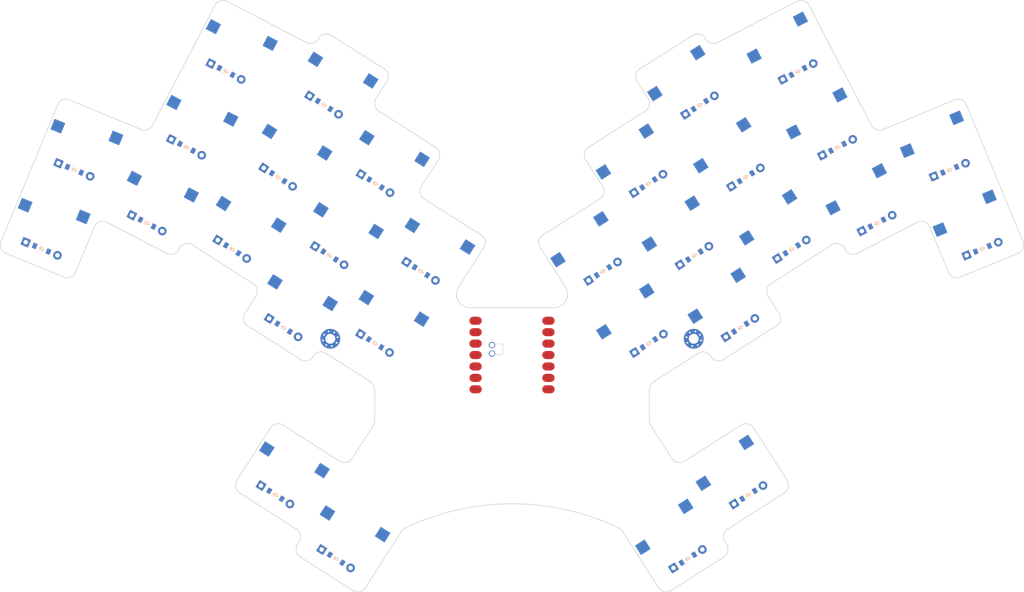
<source format=kicad_pcb>
(kicad_pcb (version 20241229) (generator "pcbnew") (generator_version "9.0")
  (layers (0 "F.Cu" signal) (2 "B.Cu" signal) (13 "F.Paste" user) (15 "B.Paste" user) (5 "F.SilkS" user "F.Silkscreen") (7 "B.SilkS" user "B.Silkscreen") (1 "F.Mask" user) (3 "B.Mask" user) (25 "Edge.Cuts" user))
  (net 0 "")
  (net 1 "P2")
  (net 2 "pinky_bottom")
  (net 3 "P0")
  (net 4 "pinky_home")
  (net 5 "P4")
  (net 6 "ring_bottom")
  (net 7 "P3")
  (net 8 "ring_home")
  (net 9 "P1")
  (net 10 "ring_top")
  (net 11 "P5")
  (net 12 "middle_bottom")
  (net 13 "middle_home")
  (net 14 "middle_top")
  (net 15 "index_bottom")
  (net 16 "index_home")
  (net 17 "index_top")
  (net 18 "inner_home")
  (net 19 "inner_top")
  (net 20 "mirror_pinky_bottom")
  (net 21 "mirror_pinky_home")
  (net 22 "mirror_ring_bottom")
  (net 23 "mirror_ring_home")
  (net 24 "mirror_ring_top")
  (net 25 "mirror_middle_bottom")
  (net 26 "mirror_middle_home")
  (net 27 "mirror_middle_top")
  (net 28 "mirror_index_bottom")
  (net 29 "mirror_index_home")
  (net 30 "mirror_index_top")
  (net 31 "mirror_inner_home")
  (net 32 "mirror_inner_top")
  (net 33 "tucky_default")
  (net 34 "reachy_default")
  (net 35 "mirror_tucky_default")
  (net 36 "mirror_reachy_default")
  (net 37 "P6")
  (net 38 "P7")
  (net 39 "P8")
  (net 40 "P10")
  (net 41 "P9")
  (net 42 "RAW5V")
  (net 43 "GND")
  (net 44 "RAW3V3")
  (net 45 "BAT_POS")
  (net 46 "BAT_NEG")
  (footprint "ComboDiode" (layer "F.Cu") (at 159.677026 78.588957 32.5)
    (property "Reference" "D26" (hide yes))
    (property "Value" "" (hide yes))
    (pad "1" thru_hole rect (at -3.81 0.000001 32.5) (size 1.778 1.778) (drill 0.9906) (layers "*.Cu" "*.Mask") (net 39 "P8"))
    (pad "1" smd rect (at -1.65 0 32.5) (size 0.9 1.2) (layers "F.Cu" "F.Mask" "F.Paste") (net 39 "P8"))
    (pad "1" smd rect (at -1.65 0 32.5) (size 0.9 1.2) (layers "B.Cu" "B.Mask" "B.Paste") (net 39 "P8"))
    (pad "2" smd rect (at 1.65 0 32.5) (size 0.9 1.2) (layers "F.Cu" "F.Mask" "F.Paste") (net 32 "mirror_inner_top"))
    (pad "2" smd rect (at 1.65 0 32.5) (size 0.9 1.2) (layers "B.Cu" "B.Mask" "B.Paste") (net 32 "mirror_inner_top"))
    (pad "2" thru_hole circle (at 3.81 -0.000001 32.5) (size 1.905 1.905) (drill 0.9906) (layers "*.Cu" "*.Mask") (net 32 "mirror_inner_top"))
  )
  (footprint "MX" (layer "F.Cu") (at 175.850118 138.276786 32.5)
    (property "Reference" "S30" (hide yes))
    (property "Value" "" (hide yes))
    (pad "" np_thru_hole circle (at -5.08 0) (size 1.7018 1.7018) (drill 1.7018) (layers "*.Cu" "*.Mask"))
    (pad "" np_thru_hole circle (at -3.81 -2.54) (size 3 3) (drill 3) (layers "*.Cu" "*.Mask"))
    (pad "" np_thru_hole circle (at 0 0) (size 3.9878 3.9878) (drill 3.9878) (layers "*.Cu" "*.Mask"))
    (pad "" np_thru_hole circle (at 2.54 -5.080001) (size 3 3) (drill 3) (layers "*.Cu" "*.Mask"))
    (pad "" np_thru_hole circle (at 5.08 0) (size 1.7018 1.7018) (drill 1.7018) (layers "*.Cu" "*.Mask"))
    (pad "1" smd rect (at -7.084999 -2.54 32.5) (size 2.55 2.5) (layers "B.Cu" "B.Mask" "B.Paste") (net 11 "P5"))
    (pad "2" smd rect (at 5.842 -5.08 32.5) (size 2.55 2.5) (layers "B.Cu" "B.Mask" "B.Paste") (net 36 "mirror_reachy_default"))
  )
  (footprint "ComboDiode" (layer "F.Cu") (at 211.786981 51.05323 27.5)
    (property "Reference" "D17" (hide yes))
    (property "Value" "" (hide yes))
    (pad "1" thru_hole rect (at -3.81 0 27.5) (size 1.778 1.778) (drill 0.9906) (layers "*.Cu" "*.Mask") (net 40 "P10"))
    (pad "1" smd rect (at -1.65 0 27.5) (size 0.9 1.2) (layers "F.Cu" "F.Mask" "F.Paste") (net 40 "P10"))
    (pad "1" smd rect (at -1.65 0 27.5) (size 0.9 1.2) (layers "B.Cu" "B.Mask" "B.Paste") (net 40 "P10"))
    (pad "2" smd rect (at 1.65 0 27.5) (size 0.9 1.2) (layers "F.Cu" "F.Mask" "F.Paste") (net 23 "mirror_ring_home"))
    (pad "2" smd rect (at 1.65 0 27.5) (size 0.9 1.2) (layers "B.Cu" "B.Mask" "B.Paste") (net 23 "mirror_ring_home"))
    (pad "2" thru_hole circle (at 3.81 0 27.5) (size 1.905 1.905) (drill 0.9906) (layers "*.Cu" "*.Mask") (net 23 "mirror_ring_home"))
  )
  (footprint "MX" (layer "F.Cu") (at 188.733143 53.473882 32.5)
    (property "Reference" "S20" (hide yes))
    (property "Value" "" (hide yes))
    (pad "" np_thru_hole circle (at -5.08 0) (size 1.7018 1.7018) (drill 1.7018) (layers "*.Cu" "*.Mask"))
    (pad "" np_thru_hole circle (at -3.81 -2.54) (size 3 3) (drill 3) (layers "*.Cu" "*.Mask"))
    (pad "" np_thru_hole circle (at 0 0) (size 3.9878 3.9878) (drill 3.9878) (layers "*.Cu" "*.Mask"))
    (pad "" np_thru_hole circle (at 2.54 -5.080001) (size 3 3) (drill 3) (layers "*.Cu" "*.Mask"))
    (pad "" np_thru_hole circle (at 5.08 0) (size 1.7018 1.7018) (drill 1.7018) (layers "*.Cu" "*.Mask"))
    (pad "1" smd rect (at -7.084999 -2.54 32.5) (size 2.55 2.5) (layers "B.Cu" "B.Mask" "B.Paste") (net 7 "P3"))
    (pad "2" smd rect (at 5.842 -5.08 32.5) (size 2.55 2.5) (layers "B.Cu" "B.Mask" "B.Paste") (net 26 "mirror_middle_home"))
  )
  (footprint "MX" (layer "F.Cu") (at 209.478238 46.618176 27.5)
    (property "Reference" "S17" (hide yes))
    (property "Value" "" (hide yes))
    (pad "" np_thru_hole circle (at -5.08 0) (size 1.7018 1.7018) (drill 1.7018) (layers "*.Cu" "*.Mask"))
    (pad "" np_thru_hole circle (at -3.81 -2.54) (size 3 3) (drill 3) (layers "*.Cu" "*.Mask"))
    (pad "" np_thru_hole circle (at 0 0) (size 3.9878 3.9878) (drill 3.9878) (layers "*.Cu" "*.Mask"))
    (pad "" np_thru_hole circle (at 2.540001 -5.08) (size 3 3) (drill 3) (layers "*.Cu" "*.Mask"))
    (pad "" np_thru_hole circle (at 5.08 0) (size 1.7018 1.7018) (drill 1.7018) (layers "*.Cu" "*.Mask"))
    (pad "1" smd rect (at -7.085 -2.54 27.5) (size 2.55 2.5) (layers "B.Cu" "B.Mask" "B.Paste") (net 1 "P2"))
    (pad "2" smd rect (at 5.842 -5.08 27.5) (size 2.55 2.5) (layers "B.Cu" "B.Mask" "B.Paste") (net 23 "mirror_ring_home"))
  )
  (footprint "MX" (layer "F.Cu") (at 167.199221 90.396438 32.5)
    (property "Reference" "S25" (hide yes))
    (property "Value" "" (hide yes))
    (pad "" np_thru_hole circle (at -5.08 0) (size 1.7018 1.7018) (drill 1.7018) (layers "*.Cu" "*.Mask"))
    (pad "" np_thru_hole circle (at -3.81 -2.54) (size 3 3) (drill 3) (layers "*.Cu" "*.Mask"))
    (pad "" np_thru_hole circle (at 0 0) (size 3.9878 3.9878) (drill 3.9878) (layers "*.Cu" "*.Mask"))
    (pad "" np_thru_hole circle (at 2.54 -5.080001) (size 3 3) (drill 3) (layers "*.Cu" "*.Mask"))
    (pad "" np_thru_hole circle (at 5.08 0) (size 1.7018 1.7018) (drill 1.7018) (layers "*.Cu" "*.Mask"))
    (pad "1" smd rect (at -7.084999 -2.54 32.5) (size 2.55 2.5) (layers "B.Cu" "B.Mask" "B.Paste") (net 7 "P3"))
    (pad "2" smd rect (at 5.842 -5.08 32.5) (size 2.55 2.5) (layers "B.Cu" "B.Mask" "B.Paste") (net 31 "mirror_inner_home"))
  )
  (footprint "ComboDiode" (layer "F.Cu") (at 109.004281 94.613395 -32.5)
    (property "Reference" "D12" (hide yes))
    (property "Value" "" (hide yes))
    (pad "1" thru_hole rect (at -3.81 -0.000001 327.5) (size 1.778 1.778) (drill 0.9906) (layers "*.Cu" "*.Mask") (net 39 "P8"))
    (pad "1" smd rect (at -1.65 0 327.5) (size 0.9 1.2) (layers "F.Cu" "F.Mask" "F.Paste") (net 39 "P8"))
    (pad "1" smd rect (at -1.65 0 327.5) (size 0.9 1.2) (layers "B.Cu" "B.Mask" "B.Paste") (net 39 "P8"))
    (pad "2" smd rect (at 1.65 0 327.5) (size 0.9 1.2) (layers "F.Cu" "F.Mask" "F.Paste") (net 18 "inner_home"))
    (pad "2" smd rect (at 1.65 0 327.5) (size 0.9 1.2) (layers "B.Cu" "B.Mask" "B.Paste") (net 18 "inner_home"))
    (pad "2" thru_hole circle (at 3.81 0.000001 327.5) (size 1.905 1.905) (drill 0.9906) (layers "*.Cu" "*.Mask") (net 18 "inner_home"))
  )
  (footprint "MX" (layer "F.Cu") (at 200.705014 29.76497 27.5)
    (property "Reference" "S18" (hide yes))
    (property "Value" "" (hide yes))
    (pad "" np_thru_hole circle (at -5.08 0) (size 1.7018 1.7018) (drill 1.7018) (layers "*.Cu" "*.Mask"))
    (pad "" np_thru_hole circle (at -3.81 -2.54) (size 3 3) (drill 3) (layers "*.Cu" "*.Mask"))
    (pad "" np_thru_hole circle (at 0 0) (size 3.9878 3.9878) (drill 3.9878) (layers "*.Cu" "*.Mask"))
    (pad "" np_thru_hole circle (at 2.540001 -5.08) (size 3 3) (drill 3) (layers "*.Cu" "*.Mask"))
    (pad "" np_thru_hole circle (at 5.08 0) (size 1.7018 1.7018) (drill 1.7018) (layers "*.Cu" "*.Mask"))
    (pad "1" smd rect (at -7.085 -2.54 27.5) (size 2.55 2.5) (layers "B.Cu" "B.Mask" "B.Paste") (net 3 "P0"))
    (pad "2" smd rect (at 5.842 -5.08 27.5) (size 2.55 2.5) (layers "B.Cu" "B.Mask" "B.Paste") (net 24 "mirror_ring_top"))
  )
  (footprint "ComboDiode" (layer "F.Cu") (at 100.353384 142.493743 -32.5)
    (property "Reference" "D28" (hide yes))
    (property "Value" "" (hide yes))
    (pad "1" thru_hole rect (at -3.81 -0.000001 327.5) (size 1.778 1.778) (drill 0.9906) (layers "*.Cu" "*.Mask") (net 39 "P8"))
    (pad "1" smd rect (at -1.65 0 327.5) (size 0.9 1.2) (layers "F.Cu" "F.Mask" "F.Paste") (net 39 "P8"))
    (pad "1" smd rect (at -1.65 0 327.5) (size 0.9 1.2) (layers "B.Cu" "B.Mask" "B.Paste") (net 39 "P8"))
    (pad "2" smd rect (at 1.65 0 327.5) (size 0.9 1.2) (layers "F.Cu" "F.Mask" "F.Paste") (net 34 "reachy_default"))
    (pad "2" smd rect (at 1.65 0 327.5) (size 0.9 1.2) (layers "B.Cu" "B.Mask" "B.Paste") (net 34 "reachy_default"))
    (pad "2" thru_hole circle (at 3.81 0.000001 327.5) (size 1.905 1.905) (drill 0.9906) (layers "*.Cu" "*.Mask") (net 34 "reachy_default"))
  )
  (footprint "MX" (layer "F.Cu") (at 89.567618 124.061984 -32.5)
    (property "Reference" "S27" (hide yes))
    (property "Value" "" (hide yes))
    (pad "" np_thru_hole circle (at -5.08 0) (size 1.7018 1.7018) (drill 1.7018) (layers "*.Cu" "*.Mask"))
    (pad "" np_thru_hole circle (at -3.81 -2.54) (size 3 3) (drill 3) (layers "*.Cu" "*.Mask"))
    (pad "" np_thru_hole circle (at 0 0) (size 3.9878 3.9878) (drill 3.9878) (layers "*.Cu" "*.Mask"))
    (pad "" np_thru_hole circle (at 2.54 -5.08) (size 3 3) (drill 3) (layers "*.Cu" "*.Mask"))
    (pad "" np_thru_hole circle (at 5.08 0) (size 1.7018 1.7018) (drill 1.7018) (layers "*.Cu" "*.Mask"))
    (pad "1" smd rect (at -7.085 -2.54 327.5) (size 2.55 2.5) (layers "B.Cu" "B.Mask" "B.Paste") (net 11 "P5"))
    (pad "2" smd rect (at 5.842 -5.08 327.5) (size 2.55 2.5) (layers "B.Cu" "B.Mask" "B.Paste") (net 33 "tucky_default"))
  )
  (footprint "MX" (layer "F.Cu") (at 44.076343 51.426691 -22.5)
    (property "Reference" "S2" (hide yes))
    (property "Value" "" (hide yes))
    (pad "" np_thru_hole circle (at -5.08 0) (size 1.7018 1.7018) (drill 1.7018) (layers "*.Cu" "*.Mask"))
    (pad "" np_thru_hole circle (at -3.81 -2.54) (size 3 3) (drill 3) (layers "*.Cu" "*.Mask"))
    (pad "" np_thru_hole circle (at 0 0) (size 3.9878 3.9878) (drill 3.9878) (layers "*.Cu" "*.Mask"))
    (pad "" np_thru_hole circle (at 2.54 -5.08) (size 3 3) (drill 3) (layers "*.Cu" "*.Mask"))
    (pad "" np_thru_hole circle (at 5.08 0) (size 1.7018 1.7018) (drill 1.7018) (layers "*.Cu" "*.Mask"))
    (pad "1" smd rect (at -7.085 -2.54 337.5) (size 2.55 2.5) (layers "B.Cu" "B.Mask" "B.Paste") (net 3 "P0"))
    (pad "2" smd rect (at 5.842 -5.08 337.5) (size 2.55 2.5) (layers "B.Cu" "B.Mask" "B.Paste") (net 4 "pinky_home"))
  )
  (footprint "ComboDiode" (layer "F.Cu") (at 86.88112 128.278941 -32.5)
    (property "Reference" "D27" (hide yes))
    (property "Value" "" (hide yes))
    (pad "1" thru_hole rect (at -3.81 -0.000001 327.5) (size 1.778 1.778) (drill 0.9906) (layers "*.Cu" "*.Mask") (net 38 "P7"))
    (pad "1" smd rect (at -1.65 0 327.5) (size 0.9 1.2) (layers "F.Cu" "F.Mask" "F.Paste") (net 38 "P7"))
    (pad "1" smd rect (at -1.65 0 327.5) (size 0.9 1.2) (layers "B.Cu" "B.Mask" "B.Paste") (net 38 "P7"))
    (pad "2" smd rect (at 1.65 0 327.5) (size 0.9 1.2) (layers "F.Cu" "F.Mask" "F.Paste") (net 33 "tucky_default"))
    (pad "2" smd rect (at 1.65 0 327.5) (size 0.9 1.2) (layers "B.Cu" "B.Mask" "B.Paste") (net 33 "tucky_default"))
    (pad "2" thru_hole circle (at 3.81 0.000001 327.5) (size 1.905 1.905) (drill 0.9906) (layers "*.Cu" "*.Mask") (net 33 "tucky_default"))
  )
  (footprint "ComboDiode" (layer "F.Cu") (at 119.212974 78.588957 -32.5)
    (property "Reference" "D13" (hide yes))
    (property "Value" "" (hide yes))
    (pad "1" thru_hole rect (at -3.81 -0.000001 327.5) (size 1.778 1.778) (drill 0.9906) (layers "*.Cu" "*.Mask") (net 39 "P8"))
    (pad "1" smd rect (at -1.65 0 327.5) (size 0.9 1.2) (layers "F.Cu" "F.Mask" "F.Paste") (net 39 "P8"))
    (pad "1" smd rect (at -1.65 0 327.5) (size 0.9 1.2) (layers "B.Cu" "B.Mask" "B.Paste") (net 39 "P8"))
    (pad "2" smd rect (at 1.65 0 327.5) (size 0.9 1.2) (layers "F.Cu" "F.Mask" "F.Paste") (net 19 "inner_top"))
    (pad "2" smd rect (at 1.65 0 327.5) (size 0.9 1.2) (layers "B.Cu" "B.Mask" "B.Paste") (net 19 "inner_top"))
    (pad "2" thru_hole circle (at 3.81 0.000001 327.5) (size 1.905 1.905) (drill 0.9906) (layers "*.Cu" "*.Mask") (net 19 "inner_top"))
  )
  (footprint "ComboDiode" (layer "F.Cu") (at 179.989115 75.110528 32.5)
    (property "Reference" "D23" (hide yes))
    (property "Value" "" (hide yes))
    (pad "1" thru_hole rect (at -3.81 0.000001 32.5) (size 1.778 1.778) (drill 0.9906) (layers "*.Cu" "*.Mask") (net 41 "P9"))
    (pad "1" smd rect (at -1.65 0 32.5) (size 0.9 1.2) (layers "F.Cu" "F.Mask" "F.Paste") (net 41 "P9"))
    (pad "1" smd rect (at -1.65 0 32.5) (size 0.9 1.2) (layers "B.Cu" "B.Mask" "B.Paste") (net 41 "P9"))
    (pad "2" smd rect (at 1.65 0 32.5) (size 0.9 1.2) (layers "F.Cu" "F.Mask" "F.Paste") (net 29 "mirror_index_home"))
    (pad "2" smd rect (at 1.65 0 32.5) (size 0.9 1.2) (layers "B.Cu" "B.Mask" "B.Paste") (net 29 "mirror_index_home"))
    (pad "2" thru_hole circle (at 3.81 -0.000001 32.5) (size 1.905 1.905) (drill 0.9906) (layers "*.Cu" "*.Mask") (net 29 "mirror_index_home"))
  )
  (footprint "MX" (layer "F.Cu") (at 79.948165 69.498319 -32.5)
    (property "Reference" "S6" (hide yes))
    (property "Value" "" (hide yes))
    (pad "" np_thru_hole circle (at -5.08 0) (size 1.7018 1.7018) (drill 1.7018) (layers "*.Cu" "*.Mask"))
    (pad "" np_thru_hole circle (at -3.81 -2.54) (size 3 3) (drill 3) (layers "*.Cu" "*.Mask"))
    (pad "" np_thru_hole circle (at 0 0) (size 3.9878 3.9878) (drill 3.9878) (layers "*.Cu" "*.Mask"))
    (pad "" np_thru_hole circle (at 2.54 -5.08) (size 3 3) (drill 3) (layers "*.Cu" "*.Mask"))
    (pad "" np_thru_hole circle (at 5.08 0) (size 1.7018 1.7018) (drill 1.7018) (layers "*.Cu" "*.Mask"))
    (pad "1" smd rect (at -7.085 -2.54 327.5) (size 2.55 2.5) (layers "B.Cu" "B.Mask" "B.Paste") (net 11 "P5"))
    (pad "2" smd rect (at 5.842 -5.08 327.5) (size 2.55 2.5) (layers "B.Cu" "B.Mask" "B.Paste") (net 12 "middle_bottom"))
  )
  (footprint "mcu:xiao-ble-smd-cutout" (layer "F.Cu") (at 139.445 97.222)
    (property "Reference" "MCU1" (hide yes))
    (property "Value" "xiao-ble" (hide yes))
    (fp_line (start -4.699 -0.7488) (end -4.699 -1.7902) (stroke (width 0.12)) (layer "Edge.Cuts"))
    (fp_line (start -4.0132 -2.476) (end -2.413 -2.476) (stroke (width 0.12)) (layer "Edge.Cuts"))
    (fp_line (start -2.413 -0.063) (end -4.0132 -0.063) (stroke (width 0.12)) (layer "Edge.Cuts"))
    (fp_line (start -2.032 -2.095) (end -2.032 -0.444) (stroke (width 0.12)) (layer "Edge.Cuts"))
    (fp_arc (start -4.699 -0.7488) (mid -4.095391 -0.666609) (end -4.0132 -0.063) (stroke (width 0.12)) (layer "Edge.Cuts"))
    (fp_arc (start -4.0132 -2.476) (mid -4.095391 -1.872391) (end -4.699 -1.7902) (stroke (width 0.12)) (layer "Edge.Cuts"))
    (fp_arc (start -2.413 -2.476) (mid -2.143592 -2.364408) (end -2.032 -2.095) (stroke (width 0.12)) (layer "Edge.Cuts"))
    (fp_arc (start -2.032 -0.444) (mid -2.143592 -0.174592) (end -2.413 -0.063) (stroke (width 0.12)) (layer "Edge.Cuts"))
    (pad "1" smd oval (at -8.56996 -7.62 180) (size 2.75 1.8) (drill (offset -0.475 0)) (layers "F.Cu" "F.Mask" "F.Paste") (net 3 "P0"))
    (pad "2" smd oval (at -8.56996 -5.08 180) (size 2.75 1.8) (drill (offset -0.475 0)) (layers "F.Cu" "F.Mask" "F.Paste") (net 9 "P1"))
    (pad "3" smd oval (at -8.56996 -2.54 180) (size 2.75 1.8) (drill (offset -0.475 0)) (layers "F.Cu" "F.Mask" "F.Paste") (net 1 "P2"))
    (pad "4" smd oval (at -8.56996 0 180) (size 2.75 1.8) (drill (offset -0.475 0)) (layers "F.Cu" "F.Mask" "F.Paste") (net 7 "P3"))
    (pad "5" smd oval (at -8.56996 2.54 180) (size 2.75 1.8) (drill (offset -0.475 0)) (layers "F.Cu" "F.Mask" "F.Paste") (net 5 "P4"))
    (pad "6" smd oval (at -8.56996 5.08 180) (size 2.75 1.8) (drill (offset -0.475 0)) (layers "F.Cu" "F.Mask" "F.Paste") (net 11 "P5"))
    (pad "7" smd oval (at -8.56996 7.62 180) (size 2.75 1.8) (drill (offset -0.475 0)) (layers "F.Cu" "F.Mask" "F.Paste") (net 37 "P6"))
    (pad "8" smd oval (at 8.56996 7.62) (size 2.75 1.8) (drill (offset -0.475 0)) (layers "F.Cu" "F.Mask" "F.Paste") (net 38 "P7"))
    (pad "9" smd oval (at 8.56996 5.08) (size 2.75 1.8) (drill (offset -0.475 0)) (layers "F.Cu" "F.Mask" "F.Paste") (net 39 "P8"))
    (pad "10" smd oval (at 8.56996 2.54) (size 2.75 1.8) (drill (offset -0.475 0)) (layers "F.Cu" "F.Mask" "F.Paste") (net 41 "P9"))
    (pad "11" smd oval (at 8.56996 0) (size 2.75 1.8) (drill (offset -0.475 0)) (layers "F.Cu" "F.Mask" "F.Paste") (net 40 "P10"))
    (pad "12" smd oval (at 8.56996 -2.54) (size 2.75 1.8) (drill (offset -0.475 0)) (layers "F.Cu" "F.Mask" "F.Paste") (net 44 "RAW3V3"))
    (pad "13" smd oval (at 8.56996 -5.08) (size 2.75 1.8) (drill (offset -0.475 0)) (layers "F.Cu" "F.Mask" "F.Paste") (net 43 "GND"))
    (pad "14" smd oval (at 8.56996 -7.62) (size 2.75 1.8) (drill (offset -0.475 0)) (layers "F.Cu" "F.Mask" "F.Paste") (net 42 "RAW5V"))
    (pad "19" thru_hole circle (at -4.445 -0.317 180) (size 1.397 1.397) (drill 1.016) (layers "*.Cu" "*.Mask") (net 45 "BAT_POS"))
    (pad "20" thru_hole circle (at -4.445 -2.222 180) (size 1.397 1.397) (drill 1.016) (layers "*.Cu" "*.Mask") (net 46 "BAT_NEG"))
  )
  (footprint "ComboDiode" (layer "F.Cu") (at 75.876243 34.200025 -27.5)
    (property "Reference" "D5" (hide yes))
    (property "Value" "" (hide yes))
    (pad "1" thru_hole rect (at -3.81 0 332.5) (size 1.778 1.778) (drill 0.9906) (layers "*.Cu" "*.Mask") (net 37 "P6"))
    (pad "1" smd rect (at -1.65 0 332.5) (size 0.9 1.2) (layers "F.Cu" "F.Mask" "F.Paste") (net 37 "P6"))
    (pad "1" smd rect (at -1.65 0 332.5) (size 0.9 1.2) (layers "B.Cu" "B.Mask" "B.Paste") (net 37 "P6"))
    (pad "2" smd rect (at 1.65 0 332.5) (size 0.9 1.2) (layers "F.Cu" "F.Mask" "F.Paste") (net 10 "ring_top"))
    (pad "2" smd rect (at 1.65 0 332.5) (size 0.9 1.2) (layers "B.Cu" "B.Mask" "B.Paste") (net 10 "ring_top"))
    (pad "2" thru_hole circle (at 3.81 0 332.5) (size 1.905 1.905) (drill 0.9906) (layers "*.Cu" "*.Mask") (net 10 "ring_top"))
  )
  (footprint "ComboDiode" (layer "F.Cu") (at 42.162925 56.046089 -22.5)
    (property "Reference" "D2" (hide yes))
    (property "Value" "" (hide yes))
    (pad "1" thru_hole rect (at -3.81 0 337.5) (size 1.778 1.778) (drill 0.9906) (layers "*.Cu" "*.Mask") (net 37 "P6"))
    (pad "1" smd rect (at -1.65 0 337.5) (size 0.9 1.2) (layers "F.Cu" "F.Mask" "F.Paste") (net 37 "P6"))
    (pad "1" smd rect (at -1.65 0 337.5) (size 0.9 1.2) (layers "B.Cu" "B.Mask" "B.Paste") (net 37 "P6"))
    (pad "2" smd rect (at 1.65 0 337.5) (size 0.9 1.2) (layers "F.Cu" "F.Mask" "F.Paste") (net 4 "pinky_home"))
    (pad "2" smd rect (at 1.65 0 337.5) (size 0.9 1.2) (layers "B.Cu" "B.Mask" "B.Paste") (net 4 "pinky_home"))
    (pad "2" thru_hole circle (at 3.81 0 337.5) (size 1.905 1.905) (drill 0.9906) (layers "*.Cu" "*.Mask") (net 4 "pinky_home"))
  )
  (footprint "MX" (layer "F.Cu") (at 178.52445 37.449444 32.5)
    (property "Reference" "S21" (hide yes))
    (property "Value" "" (hide yes))
    (pad "" np_thru_hole circle (at -5.08 0) (size 1.7018 1.7018) (drill 1.7018) (layers "*.Cu" "*.Mask"))
    (pad "" np_thru_hole circle (at -3.81 -2.54) (size 3 3) (drill 3) (layers "*.Cu" "*.Mask"))
    (pad "" np_thru_hole circle (at 0 0) (size 3.9878 3.9878) (drill 3.9878) (layers "*.Cu" "*.Mask"))
    (pad "" np_thru_hole circle (at 2.54 -5.080001) (size 3 3) (drill 3) (layers "*.Cu" "*.Mask"))
    (pad "" np_thru_hole circle (at 5.08 0) (size 1.7018 1.7018) (drill 1.7018) (layers "*.Cu" "*.Mask"))
    (pad "1" smd rect (at -7.084999 -2.54 32.5) (size 2.55 2.5) (layers "B.Cu" "B.Mask" "B.Paste") (net 9 "P1"))
    (pad "2" smd rect (at 5.842 -5.08 32.5) (size 2.55 2.5) (layers "B.Cu" "B.Mask" "B.Paste") (net 27 "mirror_middle_top"))
  )
  (footprint "MX" (layer "F.Cu") (at 60.638539 63.471382 -27.5)
    (property "Reference" "S3" (hide yes))
    (property "Value" "" (hide yes))
    (pad "" np_thru_hole circle (at -5.08 0) (size 1.7018 1.7018) (drill 1.7018) (layers "*.Cu" "*.Mask"))
    (pad "" np_thru_hole circle (at -3.81 -2.54) (size 3 3) (drill 3) (layers "*.Cu" "*.Mask"))
    (pad "" np_thru_hole circle (at 0 0) (size 3.9878 3.9878) (drill 3.9878) (layers "*.Cu" "*.Mask"))
    (pad "" np_thru_hole circle (at 2.539999 -5.08) (size 3 3) (drill 3) (layers "*.Cu" "*.Mask"))
    (pad "" np_thru_hole circle (at 5.08 0) (size 1.7018 1.7018) (drill 1.7018) (layers "*.Cu" "*.Mask"))
    (pad "1" smd rect (at -7.085 -2.54 332.5) (size 2.55 2.5) (layers "B.Cu" "B.Mask" "B.Paste") (net 5 "P4"))
    (pad "2" smd rect (at 5.842 -5.08 332.5) (size 2.55 2.5) (layers "B.Cu" "B.Mask" "B.Paste") (net 6 "ring_bottom"))
  )
  (footprint "ComboDiode" (layer "F.Cu") (at 181.210948 41.666402 32.5)
    (property "Reference" "D21" (hide yes))
    (property "Value" "" (hide yes))
    (pad "1" thru_hole rect (at -3.81 0.000001 32.5) (size 1.778 1.778) (drill 0.9906) (layers "*.Cu" "*.Mask") (net 41 "P9"))
    (pad "1" smd rect (at -1.65 0 32.5) (size 0.9 1.2) (layers "F.Cu" "F.Mask" "F.Paste") (net 41 "P9"))
    (pad "1" smd rect (at -1.65 0 32.5) (size 0.9 1.2) (layers "B.Cu" "B.Mask" "B.Paste") (net 41 "P9"))
    (pad "2" smd rect (at 1.65 0 32.5) (size 0.9 1.2) (layers "F.Cu" "F.Mask" "F.Paste") (net 27 "mirror_middle_top"))
    (pad "2" smd rect (at 1.65 0 32.5) (size 0.9 1.2) (layers "B.Cu" "B.Mask" "B.Paste") (net 27 "mirror_middle_top"))
    (pad "2" thru_hole circle (at 3.81 -0.000001 32.5) (size 1.905 1.905) (drill 0.9906) (layers "*.Cu" "*.Mask") (net 27 "mirror_middle_top"))
  )
  (footprint "ComboDiode" (layer "F.Cu") (at 191.419641 57.690839 32.5)
    (property "Reference" "D20" (hide yes))
    (property "Value" "" (hide yes))
    (pad "1" thru_hole rect (at -3.81 0.000001 32.5) (size 1.778 1.778) (drill 0.9906) (layers "*.Cu" "*.Mask") (net 41 "P9"))
    (pad "1" smd rect (at -1.65 0 32.5) (size 0.9 1.2) (layers "F.Cu" "F.Mask" "F.Paste") (net 41 "P9"))
    (pad "1" smd rect (at -1.65 0 32.5) (size 0.9 1.2) (layers "B.Cu" "B.Mask" "B.Paste") (net 41 "P9"))
    (pad "2" smd rect (at 1.65 0 32.5) (size 0.9 1.2) (layers "F.Cu" "F.Mask" "F.Paste") (net 26 "mirror_middle_home"))
    (pad "2" smd rect (at 1.65 0 32.5) (size 0.9 1.2) (layers "B.Cu" "B.Mask" "B.Paste") (net 26 "mirror_middle_home"))
    (pad "2" thru_hole circle (at 3.81 -0.000001 32.5) (size 1.905 1.905) (drill 0.9906) (layers "*.Cu" "*.Mask") (net 26 "mirror_middle_home"))
  )
  (footprint "ComboDiode" (layer "F.Cu") (at 203.013757 34.200025 27.5)
    (property "Reference" "D18" (hide yes))
    (property "Value" "" (hide yes))
    (pad "1" thru_hole rect (at -3.81 0 27.5) (size 1.778 1.778) (drill 0.9906) (layers "*.Cu" "*.Mask") (net 40 "P10"))
    (pad "1" smd rect (at -1.65 0 27.5) (size 0.9 1.2) (layers "F.Cu" "F.Mask" "F.Paste") (net 40 "P10"))
    (pad "1" smd rect (at -1.65 0 27.5) (size 0.9 1.2) (layers "B.Cu" "B.Mask" "B.Paste") (net 40 "P10"))
    (pad "2" smd rect (at 1.65 0 27.5) (size 0.9 1.2) (layers "F.Cu" "F.Mask" "F.Paste") (net 24 "mirror_ring_top"))
    (pad "2" smd rect (at 1.65 0 27.5) (size 0.9 1.2) (layers "B.Cu" "B.Mask" "B.Paste") (net 24 "mirror_ring_top"))
    (pad "2" thru_hole circle (at 3.81 0 27.5) (size 1.905 1.905) (drill 0.9906) (layers "*.Cu" "*.Mask") (net 24 "mirror_ring_top"))
  )
  (footprint "MX" (layer "F.Cu") (at 69.411762 46.618176 -27.5)
    (property "Reference" "S4" (hide yes))
    (property "Value" "" (hide yes))
    (pad "" np_thru_hole circle (at -5.08 0) (size 1.7018 1.7018) (drill 1.7018) (layers "*.Cu" "*.Mask"))
    (pad "" np_thru_hole circle (at -3.81 -2.54) (size 3 3) (drill 3) (layers "*.Cu" "*.Mask"))
    (pad "" np_thru_hole circle (at 0 0) (size 3.9878 3.9878) (drill 3.9878) (layers "*.Cu" "*.Mask"))
    (pad "" np_thru_hole circle (at 2.539999 -5.08) (size 3 3) (drill 3) (layers "*.Cu" "*.Mask"))
    (pad "" np_thru_hole circle (at 5.08 0) (size 1.7018 1.7018) (drill 1.7018) (layers "*.Cu" "*.Mask"))
    (pad "1" smd rect (at -7.085 -2.54 332.5) (size 2.55 2.5) (layers "B.Cu" "B.Mask" "B.Paste") (net 7 "P3"))
    (pad "2" smd rect (at 5.842 -5.08 332.5) (size 2.55 2.5) (layers "B.Cu" "B.Mask" "B.Paste") (net 8 "ring_home"))
  )
  (footprint "MX" (layer "F.Cu") (at 111.690779 90.396438 -32.5)
    (property "Reference" "S12" (hide yes))
    (property "Value" "" (hide yes))
    (pad "" np_thru_hole circle (at -5.08 0) (size 1.7018 1.7018) (drill 1.7018) (layers "*.Cu" "*.Mask"))
    (pad "" np_thru_hole circle (at -3.81 -2.54) (size 3 3) (drill 3) (layers "*.Cu" "*.Mask"))
    (pad "" np_thru_hole circle (at 0 0) (size 3.9878 3.9878) (drill 3.9878) (layers "*.Cu" "*.Mask"))
    (pad "" np_thru_hole circle (at 2.54 -5.08) (size 3 3) (drill 3) (layers "*.Cu" "*.Mask"))
    (pad "" np_thru_hole circle (at 5.08 0) (size 1.7018 1.7018) (drill 1.7018) (layers "*.Cu" "*.Mask"))
    (pad "1" smd rect (at -7.085 -2.54 327.5) (size 2.55 2.5) (layers "B.Cu" "B.Mask" "B.Paste") (net 1 "P2"))
    (pad "2" smd rect (at 5.842 -5.08 327.5) (size 2.55 2.5) (layers "B.Cu" "B.Mask" "B.Paste") (net 18 "inner_home"))
  )
  (footprint "ComboDiode" (layer "F.Cu") (at 34.89194 73.5998 -22.5)
    (property "Reference" "D1" (hide yes))
    (property "Value" "" (hide yes))
    (pad "1" thru_hole rect (at -3.81 0 337.5) (size 1.778 1.778) (drill 0.9906) (layers "*.Cu" "*.Mask") (net 37 "P6"))
    (pad "1" smd rect (at -1.65 0 337.5) (size 0.9 1.2) (layers "F.Cu" "F.Mask" "F.Paste") (net 37 "P6"))
    (pad "1" smd rect (at -1.65 0 337.5) (size 0.9 1.2) (layers "B.Cu" "B.Mask" "B.Paste") (net 37 "P6"))
    (pad "2" smd rect (at 1.65 0 337.5) (size 0.9 1.2) (layers "F.Cu" "F.Mask" "F.Paste") (net 2 "pinky_bottom"))
    (pad "2" smd rect (at 1.65 0 337.5) (size 0.9 1.2) (layers "B.Cu" "B.Mask" "B.Paste") (net 2 "pinky_bottom"))
    (pad "2" thru_hole circle (at 3.81 0 337.5) (size 1.905 1.905) (drill 0.9906) (layers "*.Cu" "*.Mask") (net 2 "pinky_bottom"))
  )
  (footprint "ComboDiode" (layer "F.Cu") (at 97.679052 41.666402 -32.5)
    (property "Reference" "D8" (hide yes))
    (property "Value" "" (hide yes))
    (pad "1" thru_hole rect (at -3.81 -0.000001 327.5) (size 1.778 1.778) (drill 0.9906) (layers "*.Cu" "*.Mask") (net 38 "P7"))
    (pad "1" smd rect (at -1.65 0 327.5) (size 0.9 1.2) (layers "F.Cu" "F.Mask" "F.Paste") (net 38 "P7"))
    (pad "1" smd rect (at -1.65 0 327.5) (size 0.9 1.2) (layers "B.Cu" "B.Mask" "B.Paste") (net 38 "P7"))
    (pad "2" smd rect (at 1.65 0 327.5) (size 0.9 1.2) (layers "F.Cu" "F.Mask" "F.Paste") (net 14 "middle_top"))
    (pad "2" smd rect (at 1.65 0 327.5) (size 0.9 1.2) (layers "B.Cu" "B.Mask" "B.Paste") (net 14 "middle_top"))
    (pad "2" thru_hole circle (at 3.81 0.000001 327.5) (size 1.905 1.905) (drill 0.9906) (layers "*.Cu" "*.Mask") (net 14 "middle_top"))
  )
  (footprint "MX" (layer "F.Cu") (at 90.156857 53.473882 -32.5)
    (property "Reference" "S7" (hide yes))
    (property "Value" "" (hide yes))
    (pad "" np_thru_hole circle (at -5.08 0) (size 1.7018 1.7018) (drill 1.7018) (layers "*.Cu" "*.Mask"))
    (pad "" np_thru_hole circle (at -3.81 -2.54) (size 3 3) (drill 3) (layers "*.Cu" "*.Mask"))
    (pad "" np_thru_hole circle (at 0 0) (size 3.9878 3.9878) (drill 3.9878) (layers "*.Cu" "*.Mask"))
    (pad "" np_thru_hole circle (at 2.54 -5.08) (size 3 3) (drill 3) (layers "*.Cu" "*.Mask"))
    (pad "" np_thru_hole circle (at 5.08 0) (size 1.7018 1.7018) (drill 1.7018) (layers "*.Cu" "*.Mask"))
    (pad "1" smd rect (at -7.085 -2.54 327.5) (size 2.55 2.5) (layers "B.Cu" "B.Mask" "B.Paste") (net 1 "P2"))
    (pad "2" smd rect (at 5.842 -5.08 327.5) (size 2.55 2.5) (layers "B.Cu" "B.Mask" "B.Paste") (net 13 "middle_home"))
  )
  (footprint "MX" (layer "F.Cu") (at 156.990528 74.372 32.5)
    (property "Reference" "S26" (hide yes))
    (property "Value" "" (hide yes))
    (pad "" np_thru_hole circle (at -5.08 0) (size 1.7018 1.7018) (drill 1.7018) (layers "*.Cu" "*.Mask"))
    (pad "" np_thru_hole circle (at -3.81 -2.54) (size 3 3) (drill 3) (layers "*.Cu" "*.Mask"))
    (pad "" np_thru_hole circle (at 0 0) (size 3.9878 3.9878) (drill 3.9878) (layers "*.Cu" "*.Mask"))
    (pad "" np_thru_hole circle (at 2.54 -5.080001) (size 3 3) (drill 3) (layers "*.Cu" "*.Mask"))
    (pad "" np_thru_hole circle (at 5.08 0) (size 1.7018 1.7018) (drill 1.7018) (layers "*.Cu" "*.Mask"))
    (pad "1" smd rect (at -7.084999 -2.54 32.5) (size 2.55 2.5) (layers "B.Cu" "B.Mask" "B.Paste") (net 9 "P1"))
    (pad "2" smd rect (at 5.842 -5.08 32.5) (size 2.55 2.5) (layers "B.Cu" "B.Mask" "B.Paste") (net 32 "mirror_inner_top"))
  )
  (footprint "MX" (layer "F.Cu") (at 198.941835 69.498319 32.5)
    (property "Reference" "S19" (hide yes))
    (property "Value" "" (hide yes))
    (pad "" np_thru_hole circle (at -5.08 0) (size 1.7018 1.7018) (drill 1.7018) (layers "*.Cu" "*.Mask"))
    (pad "" np_thru_hole circle (at -3.81 -2.54) (size 3 3) (drill 3) (layers "*.Cu" "*.Mask"))
    (pad "" np_thru_hole circle (at 0 0) (size 3.9878 3.9878) (drill 3.9878) (layers "*.Cu" "*.Mask"))
    (pad "" np_thru_hole circle (at 2.54 -5.080001) (size 3 3) (drill 3) (layers "*.Cu" "*.Mask"))
    (pad "" np_thru_hole circle (at 5.08 0) (size 1.7018 1.7018) (drill 1.7018) (layers "*.Cu" "*.Mask"))
    (pad "1" smd rect (at -7.084999 -2.54 32.5) (size 2.55 2.5) (layers "B.Cu" "B.Mask" "B.Paste") (net 5 "P4"))
    (pad "2" smd rect (at 5.842 -5.08 32.5) (size 2.55 2.5) (layers "B.Cu" "B.Mask" "B.Paste") (net 25 "mirror_middle_bottom"))
  )
  (footprint "MX" (layer "F.Cu") (at 91.378691 86.918009 -32.5)
    (property "Reference" "S9" (hide yes))
    (property "Value" "" (hide yes))
    (pad "" np_thru_hole circle (at -5.08 0) (size 1.7018 1.7018) (drill 1.7018) (layers "*.Cu" "*.Mask"))
    (pad "" np_thru_hole circle (at -3.81 -2.54) (size 3 3) (drill 3) (layers "*.Cu" "*.Mask"))
    (pad "" np_thru_hole circle (at 0 0) (size 3.9878 3.9878) (drill 3.9878) (layers "*.Cu" "*.Mask"))
    (pad "" np_thru_hole circle (at 2.54 -5.08) (size 3 3) (drill 3) (layers "*.Cu" "*.Mask"))
    (pad "" np_thru_hole circle (at 5.08 0) (size 1.7018 1.7018) (drill 1.7018) (layers "*.Cu" "*.Mask"))
    (pad "1" smd rect (at -7.085 -2.54 327.5) (size 2.55 2.5) (layers "B.Cu" "B.Mask" "B.Paste") (net 5 "P4"))
    (pad "2" smd rect (at 5.842 -5.08 327.5) (size 2.55 2.5) (layers "B.Cu" "B.Mask" "B.Paste") (net 15 "index_bottom"))
  )
  (footprint "ComboDiode" (layer "F.Cu") (at 109.109578 59.086091 -32.5)
    (property "Reference" "D11" (hide yes))
    (property "Value" "" (hide yes))
    (pad "1" thru_hole rect (at -3.81 -0.000001 327.5) (size 1.778 1.778) (drill 0.9906) (layers "*.Cu" "*.Mask") (net 38 "P7"))
    (pad "1" smd rect (at -1.65 0 327.5) (size 0.9 1.2) (layers "F.Cu" "F.Mask" "F.Paste") (net 38 "P7"))
    (pad "1" smd rect (at -1.65 0 327.5) (size 0.9 1.2) (layers "B.Cu" "B.Mask" "B.Paste") (net 38 "P7"))
    (pad "2" smd rect (at 1.65 0 327.5) (size 0.9 1.2) (layers "F.Cu" "F.Mask" "F.Paste") (net 17 "index_top"))
    (pad "2" smd rect (at 1.65 0 327.5) (size 0.9 1.2) (layers "B.Cu" "B.Mask" "B.Paste") (net 17 "index_top"))
    (pad "2" thru_hole circle (at 3.81 0.000001 327.5) (size 1.905 1.905) (drill 0.9906) (layers "*.Cu" "*.Mask") (net 17 "index_top"))
  )
  (footprint "ComboDiode" (layer "F.Cu") (at 192.00888 128.278941 32.5)
    (property "Reference" "D29" (hide yes))
    (property "Value" "" (hide yes))
    (pad "1" thru_hole rect (at -3.81 0.000001 32.5) (size 1.778 1.778) (drill 0.9906) (layers "*.Cu" "*.Mask") (net 40 "P10"))
    (pad "1" smd rect (at -1.65 0 32.5) (size 0.9 1.2) (layers "F.Cu" "F.Mask" "F.Paste") (net 40 "P10"))
    (pad "1" smd rect (at -1.65 0 32.5) (size 0.9 1.2) (layers "B.Cu" "B.Mask" "B.Paste") (net 40 "P10"))
    (pad "2" smd rect (at 1.65 0 32.5) (size 0.9 1.2) (layers "F.Cu" "F.Mask" "F.Paste") (net 35 "mirror_tucky_default"))
    (pad "2" smd rect (at 1.65 0 32.5) (size 0.9 1.2) (layers "B.Cu" "B.Mask" "B.Paste") (net 35 "mirror_tucky_default"))
    (pad "2" thru_hole circle (at 3.81 -0.000001 32.5) (size 1.905 1.905) (drill 0.9906) (layers "*.Cu" "*.Mask") (net 35 "mirror_tucky_default"))
  )
  (footprint "MX" (layer "F.Cu") (at 111.796076 54.869134 -32.5)
    (property "Reference" "S11" (hide yes))
    (property "Value" "" (hide yes))
    (pad "" np_thru_hole circle (at -5.08 0) (size 1.7018 1.7018) (drill 1.7018) (layers "*.Cu" "*.Mask"))
    (pad "" np_thru_hole circle (at -3.81 -2.54) (size 3 3) (drill 3) (layers "*.Cu" "*.Mask"))
    (pad "" np_thru_hole circle (at 0 0) (size 3.9878 3.9878) (drill 3.9878) (layers "*.Cu" "*.Mask"))
    (pad "" np_thru_hole circle (at 2.54 -5.08) (size 3 3) (drill 3) (layers "*.Cu" "*.Mask"))
    (pad "" np_thru_hole circle (at 5.08 0) (size 1.7018 1.7018) (drill 1.7018) (layers "*.Cu" "*.Mask"))
    (pad "1" smd rect (at -7.085 -2.54 327.5) (size 2.55 2.5) (layers "B.Cu" "B.Mask" "B.Paste") (net 9 "P1"))
    (pad "2" smd rect (at 5.842 -5.08 327.5) (size 2.55 2.5) (layers "B.Cu" "B.Mask" "B.Paste") (net 17 "index_top"))
  )
  (footprint "MX" (layer "F.Cu") (at 121.899472 74.372 -32.5)
    (property "Reference" "S13" (hide yes))
    (property "Value" "" (hide yes))
    (pad "" np_thru_hole circle (at -5.08 0) (size 1.7018 1.7018) (drill 1.7018) (layers "*.Cu" "*.Mask"))
    (pad "" np_thru_hole circle (at -3.81 -2.54) (size 3 3) (drill 3) (layers "*.Cu" "*.Mask"))
    (pad "" np_thru_hole circle (at 0 0) (size 3.9878 3.9878) (drill 3.9878) (layers "*.Cu" "*.Mask"))
    (pad "" np_thru_hole circle (at 2.54 -5.08) (size 3 3) (drill 3) (layers "*.Cu" "*.Mask"))
    (pad "" np_thru_hole circle (at 5.08 0) (size 1.7018 1.7018) (drill 1.7018) (layers "*.Cu" "*.Mask"))
    (pad "1" smd rect (at -7.085 -2.54 327.5) (size 2.55 2.5) (layers "B.Cu" "B.Mask" "B.Paste") (net 3 "P0"))
    (pad "2" smd rect (at 5.842 -5.08 327.5) (size 2.55 2.5) (layers "B.Cu" "B.Mask" "B.Paste") (net 19 "inner_top"))
  )
  (footprint "MX" (layer "F.Cu") (at 189.322382 124.061984 32.5)
    (property "Reference" "S29" (hide yes))
    (property "Value" "" (hide yes))
    (pad "" np_thru_hole circle (at -5.08 0) (size 1.7018 1.7018) (drill 1.7018) (layers "*.Cu" "*.Mask"))
    (pad "" np_thru_hole circle (at -3.81 -2.54) (size 3 3) (drill 3) (layers "*.Cu" "*.Mask"))
    (pad "" np_thru_hole circle (at 0 0) (size 3.9878 3.9878) (drill 3.9878) (layers "*.Cu" "*.Mask"))
    (pad "" np_thru_hole circle (at 2.54 -5.080001) (size 3 3) (drill 3) (layers "*.Cu" "*.Mask"))
    (pad "" np_thru_hole circle (at 5.08 0) (size 1.7018 1.7018) (drill 1.7018) (layers "*.Cu" "*.Mask"))
    (pad "1" smd rect (at -7.084999 -2.54 32.5) (size 2.55 2.5) (layers "B.Cu" "B.Mask" "B.Paste") (net 5 "P4"))
    (pad "2" smd rect (at 5.842 -5.08 32.5) (size 2.55 2.5) (layers "B.Cu" "B.Mask" "B.Paste") (net 35 "mirror_tucky_default"))
  )
  (footprint "MX" (layer "F.Cu") (at 234.813657 51.426691 22.5)
    (property "Reference" "S15" (hide yes))
    (property "Value" "" (hide yes))
    (pad "" np_thru_hole circle (at -5.08 0) (size 1.7018 1.7018) (drill 1.7018) (layers "*.Cu" "*.Mask"))
    (pad "" np_thru_hole circle (at -3.81 -2.54) (size 3 3) (drill 3) (layers "*.Cu" "*.Mask"))
    (pad "" np_thru_hole circle (at 0 0) (size 3.9878 3.9878) (drill 3.9878) (layers "*.Cu" "*.Mask"))
    (pad "" np_thru_hole circle (at 2.54 -5.08) (size 3 3) (drill 3) (layers "*.Cu" "*.Mask"))
    (pad "" np_thru_hole circle (at 5.08 0) (size 1.7018 1.7018) (drill 1.7018) (layers "*.Cu" "*.Mask"))
    (pad "1" smd rect (at -7.085 -2.54 22.5) (size 2.55 2.5) (layers "B.Cu" "B.Mask" "B.Paste") (net 9 "P1"))
    (pad "2" smd rect (at 5.842 -5.08 22.5) (size 2.55 2.5) (layers "B.Cu" "B.Mask" "B.Paste") (net 21 "mirror_pinky_home"))
  )
  (footprint "ComboDiode" (layer "F.Cu") (at 169.780422 59.086091 32.5)
    (property "Reference" "D24" (hide yes))
    (property "Value" "" (hide yes))
    (pad "1" thru_hole rect (at -3.81 0.000001 32.5) (size 1.778 1.778) (drill 0.9906) (layers "*.Cu" "*.Mask") (net 41 "P9"))
    (pad "1" smd rect (at -1.65 0 32.5) (size 0.9 1.2) (layers "F.Cu" "F.Mask" "F.Paste") (net 41 "P9"))
    (pad "1" smd rect (at -1.65 0 32.5) (size 0.9 1.2) (layers "B.Cu" "B.Mask" "B.Paste") (net 41 "P9"))
    (pad "2" smd rect (at 1.65 0 32.5) (size 0.9 1.2) (layers "F.Cu" "F.Mask" "F.Paste") (net 30 "mirror_index_top"))
    (pad "2" smd rect (at 1.65 0 32.5) (size 0.9 1.2) (layers "B.Cu" "B.Mask" "B.Paste") (net 30 "mirror_index_top"))
    (pad "2" thru_hole circle (at 3.81 -0.000001 32.5) (size 1.905 1.905) (drill 0.9906) (layers "*.Cu" "*.Mask") (net 30 "mirror_index_top"))
  )
  (footprint "MX" (layer "F.Cu") (at 177.302617 70.893571 32.5)
    (property "Reference" "S23" (hide yes))
    (property "Value" "" (hide yes))
    (pad "" np_thru_hole circle (at -5.08 0) (size 1.7018 1.7018) (drill 1.7018) (layers "*.Cu" "*.Mask"))
    (pad "" np_thru_hole circle (at -3.81 -2.54) (size 3 3) (drill 3) (layers "*.Cu" "*.Mask"))
    (pad "" np_thru_hole circle (at 0 0) (size 3.9878 3.9878) (drill 3.9878) (layers "*.Cu" "*.Mask"))
    (pad "" np_thru_hole circle (at 2.54 -5.080001) (size 3 3) (drill 3) (layers "*.Cu" "*.Mask"))
    (pad "" np_thru_hole circle (at 5.08 0) (size 1.7018 1.7018) (drill 1.7018) (layers "*.Cu" "*.Mask"))
    (pad "1" smd rect (at -7.084999 -2.54 32.5) (size 2.55 2.5) (layers "B.Cu" "B.Mask" "B.Paste") (net 1 "P2"))
    (pad "2" smd rect (at 5.842 -5.08 32.5) (size 2.55 2.5) (layers "B.Cu" "B.Mask" "B.Paste") (net 29 "mirror_index_home"))
  )
  (footprint "ComboDiode" (layer "F.Cu") (at 88.692193 91.134966 -32.5)
    (property "Reference" "D9" (hide yes))
    (property "Value" "" (hide yes))
    (pad "1" thru_hole rect (at -3.81 -0.000001 327.5) (size 1.778 1.778) (drill 0.9906) (layers "*.Cu" "*.Mask") (net 38 "P7"))
    (pad "1" smd rect (at -1.65 0 327.5) (size 0.9 1.2) (layers "F.Cu" "F.Mask" "F.Paste") (net 38 "P7"))
    (pad "1" smd rect (at -1.65 0 327.5) (size 0.9 1.2) (layers "B.Cu" "B.Mask" "B.Paste") (net 38 "P7"))
    (pad "2" smd rect (at 1.65 0 327.5) (size 0.9 1.2) (layers "F.Cu" "F.Mask" "F.Paste") (net 15 "index_bottom"))
    (pad "2" smd rect (at 1.65 0 327.5) (size 0.9 1.2) (layers "B.Cu" "B.Mask" "B.Paste") (net 15 "index_bottom"))
    (pad "2" thru_hole circle (at 3.81 0.000001 327.5) (size 1.905 1.905) (drill 0.9906) (layers "*.Cu" "*.Mask") (net 15 "index_bottom"))
  )
  (footprint "MX" (layer "F.Cu") (at 218.251461 63.471382 27.5)
    (property "Reference" "S16" (hide yes))
    (property "Value" "" (hide yes))
    (pad "" np_thru_hole circle (at -5.08 0) (size 1.7018 1.7018) (drill 1.7018) (layers "*.Cu" "*.Mask"))
    (pad "" np_thru_hole circle (at -3.81 -2.54) (size 3 3) (drill 3) (layers "*.Cu" "*.Mask"))
    (pad "" np_thru_hole circle (at 0 0) (size 3.9878 3.9878) (drill 3.9878) (layers "*.Cu" "*.Mask"))
    (pad "" np_thru_hole circle (at 2.540001 -5.08) (size 3 3) (drill 3) (layers "*.Cu" "*.Mask"))
    (pad "" np_thru_hole circle (at 5.08 0) (size 1.7018 1.7018) (drill 1.7018) (layers "*.Cu" "*.Mask"))
    (pad "1" smd rect (at -7.085 -2.54 27.5) (size 2.55 2.5) (layers "B.Cu" "B.Mask" "B.Paste") (net 11 "P5"))
    (pad "2" smd rect (at 5.842 -5.08 27.5) (size 2.55 2.5) (layers "B.Cu" "B.Mask" "B.Paste") (net 22 "mirror_ring_bottom"))
  )
  (footprint "ComboDiode" (layer "F.Cu") (at 190.197807 91.134966 32.5)
    (property "Reference" "D22" (hide yes))
    (property "Value" "" (hide yes))
    (pad "1" thru_hole rect (at -3.81 0.000001 32.5) (size 1.778 1.778) (drill 0.9906) (layers "*.Cu" "*.Mask") (net 39 "P8"))
    (pad "1" smd rect (at -1.65 0 32.5) (size 0.9 1.2) (layers "F.Cu" "F.Mask" "F.Paste") (net 39 "P8"))
    (pad "1" smd rect (at -1.65 0 32.5) (size 0.9 1.2) (layers "B.Cu" "B.Mask" "B.Paste") (net 39 "P8"))
    (pad "2" smd rect (at 1.65 0 32.5) (size 0.9 1.2) (layers "F.Cu" "F.Mask" "F.Paste") (net 28 "mirror_index_bottom"))
    (pad "2" smd rect (at 1.65 0 32.5) (size 0.9 1.2) (layers "B.Cu" "B.Mask" "B.Paste") (net 28 "mirror_index_bottom"))
    (pad "2" thru_hole circle (at 3.81 -0.000001 32.5) (size 1.905 1.905) (drill 0.9906) (layers "*.Cu" "*.Mask") (net 28 "mirror_index_bottom"))
  )
  (footprint "ComboDiode" (layer "F.Cu") (at 236.727075 56.046089 22.5)
    (property "Reference" "D15" (hide yes))
    (property "Value" "" (hide yes))
    (pad "1" thru_hole rect (at -3.81 0 22.5) (size 1.778 1.778) (drill 0.9906) (layers "*.Cu" "*.Mask") (net 40 "P10"))
    (pad "1" smd rect (at -1.65 0 22.5) (size 0.9 1.2) (layers "F.Cu" "F.Mask" "F.Paste") (net 40 "P10"))
    (pad "1" smd rect (at -1.65 0 22.5) (size 0.9 1.2) (layers "B.Cu" "B.Mask" "B.Paste") (net 40 "P10"))
    (pad "2" smd rect (at 1.65 0 22.5) (size 0.9 1.2) (layers "F.Cu" "F.Mask" "F.Paste") (net 21 "mirror_pinky_home"))
    (pad "2" smd rect (at 1.65 0 22.5) (size 0.9 1.2) (layers "B.Cu" "B.Mask" "B.Paste") (net 21 "mirror_pinky_home"))
    (pad "2" thru_hole circle (at 3.81 0 22.5) (size 1.905 1.905) (drill 0.9906) (layers "*.Cu" "*.Mask") (net 21 "mirror_pinky_home"))
  )
  (footprint "ComboDiode" (layer "F.Cu") (at 201.628333 73.715277 32.5)
    (property "Reference" "D19" (hide yes))
    (property "Value" "" (hide yes))
    (pad "1" thru_hole rect (at -3.81 0.000001 32.5) (size 1.778 1.778) (drill 0.9906) (layers "*.Cu" "*.Mask") (net 41 "P9"))
    (pad "1" smd rect (at -1.65 0 32.5) (size 0.9 1.2) (layers "F.Cu" "F.Mask" "F.Paste") (net 41 "P9"))
    (pad "1" smd rect (at -1.65 0 32.5) (size 0.9 1.2) (layers "B.Cu" "B.Mask" "B.Paste") (net 41 "P9"))
    (pad "2" smd rect (at 1.65 0 32.5) (size 0.9 1.2) (layers "F.Cu" "F.Mask" "F.Paste") (net 25 "mirror_middle_bottom"))
    (pad "2" smd rect (at 1.65 0 32.5) (size 0.9 1.2) (layers "B.Cu" "B.Mask" "B.Paste") (net 25 "mirror_middle_bottom"))
    (pad "2" thru_hole circle (at 3.81 -0.000001 32.5) (size 1.905 1.905) (drill 0.9906) (layers "*.Cu" "*.Mask") (net 25 "mirror_middle_bottom"))
  )
  (footprint "MX" (layer "F.Cu") (at 167.093924 54.869134 32.5)
    (property "Reference" "S24" (hide yes))
    (property "Value" "" (hide yes))
    (pad "" np_thru_hole circle (at -5.08 0) (size 1.7018 1.7018) (drill 1.7018) (layers "*.Cu" "*.Mask"))
    (pad "" np_thru_hole circle (at -3.81 -2.54) (size 3 3) (drill 3) (layers "*.Cu" "*.Mask"))
    (pad "" np_thru_hole circle (at 0 0) (size 3.9878 3.9878) (drill 3.9878) (layers "*.Cu" "*.Mask"))
    (pad "" np_thru_hole circle (at 2.54 -5.080001) (size 3 3) (drill 3) (layers "*.Cu" "*.Mask"))
    (pad "" np_thru_hole circle (at 5.08 0) (size 1.7018 1.7018) (drill 1.7018) (layers "*.Cu" "*.Mask"))
    (pad "1" smd rect (at -7.084999 -2.54 32.5) (size 2.55 2.5) (layers "B.Cu" "B.Mask" "B.Paste") (net 3 "P0"))
    (pad "2" smd rect (at 5.842 -5.08 32.5) (size 2.55 2.5) (layers "B.Cu" "B.Mask" "B.Paste") (net 30 "mirror_index_top"))
  )
  (footprint "ComboDiode" (layer "F.Cu") (at 220.560204 67.906436 27.5)
    (property "Reference" "D16" (hide yes))
    (property "Value" "" (hide yes))
    (pad "1" thru_hole rect (at -3.81 0 27.5) (size 1.778 1.778) (drill 0.9906) (layers "*.Cu" "*.Mask") (net 41 "P9"))
    (pad "1" smd rect (at -1.65 0 27.5) (size 0.9 1.2) (layers "F.Cu" "F.Mask" "F.Paste") (net 41 "P9"))
    (pad "1" smd rect (at -1.65 0 27.5) (size 0.9 1.2) (layers "B.Cu" "B.Mask" "B.Paste") (net 41 "P9"))
    (pad "2" smd rect (at 1.65 0 27.5) (size 0.9 1.2) (layers "F.Cu" "F.Mask" "F.Paste") (net 22 "mirror_ring_bottom"))
    (pad "2" smd rect (at 1.65 0 27.5) (size 0.9 1.2) (layers "B.Cu" "B.Mask" "B.Paste") (net 22 "mirror_ring_bottom"))
    (pad "2" thru_hole circle (at 3.81 0 27.5) (size 1.905 1.905) (drill 0.9906) (layers "*.Cu" "*.Mask") (net 22 "mirror_ring_bottom"))
  )
  (footprint "ComboDiode" (layer "F.Cu") (at 98.900885 75.110528 -32.5)
    (property "Reference" "D10" (hide yes))
    (property "Value" "" (hide yes))
    (pad "1" thru_hole rect (at -3.81 -0.000001 327.5) (size 1.778 1.778) (drill 0.9906) (layers "*.Cu" "*.Mask") (net 38 "P7"))
    (pad "1" smd rect (at -1.65 0 327.5) (size 0.9 1.2) (layers "F.Cu" "F.Mask" "F.Paste") (net 38 "P7"))
    (pad "1" smd rect (at -1.65 0 327.5) (size 0.9 1.2) (layers "B.Cu" "B.Mask" "B.Paste") (net 38 "P7"))
    (pad "2" smd rect (at 1.65 0 327.5) (size 0.9 1.2) (layers "F.Cu" "F.Mask" "F.Paste") (net 16 "index_home"))
    (pad "2" smd rect (at 1.65 0 327.5) (size 0.9 1.2) (layers "B.Cu" "B.Mask" "B.Paste") (net 16 "index_home"))
    (pad "2" thru_hole circle (at 3.81 0.000001 327.5) (size 1.905 1.905) (drill 0.9906) (layers "*.Cu" "*.Mask") (net 16 "index_home"))
  )
  (footprint "ComboDiode" (layer "F.Cu") (at 169.885719 94.613395 32.5)
    (property "Reference" "D25" (hide yes))
    (property "Value" "" (hide yes))
    (pad "1" thru_hole rect (at -3.81 0.000001 32.5) (size 1.778 1.778) (drill 0.9906) (layers "*.Cu" "*.Mask") (net 39 "P8"))
    (pad "1" smd rect (at -1.65 0 32.5) (size 0.9 1.2) (layers "F.Cu" "F.Mask" "F.Paste") (net 39 "P8"))
    (pad "1" smd rect (at -1.65 0 32.5) (size 0.9 1.2) (layers "B.Cu" "B.Mask" "B.Paste") (net 39 "P8"))
    (pad "2" smd rect (at 1.65 0 32.5) (size 0.9 1.2) (layers "F.Cu" "F.Mask" "F.Paste") (net 31 "mirror_inner_home"))
    (pad "2" smd rect (at 1.65 0 32.5) (size 0.9 1.2) (layers "B.Cu" "B.Mask" "B.Paste") (net 31 "mirror_inner_home"))
    (pad "2" thru_hole circle (at 3.81 -0.000001 32.5) (size 1.905 1.905) (drill 0.9906) (layers "*.Cu" "*.Mask") (net 31 "mirror_inner_home"))
  )
  (footprint "MountingHole_2.2mm_M2_Pad_Via" (layer "F.Cu") (at 99.054947 93.610571 -32.5)
    (property "Reference" "_1" (hide yes))
    (property "Value" "")
    (pad "1" thru_hole circle (at -1.65 0) (size 0.7 0.7) (drill 0.4) (layers "*.Cu" "*.Mask"))
    (pad "1" thru_hole circle (at -1.166726 -1.166726) (size 0.7 0.7) (drill 0.4) (layers "*.Cu" "*.Mask"))
    (pad "1" thru_hole circle (at -1.166726 1.166726) (size 0.7 0.7) (drill 0.4) (layers "*.Cu" "*.Mask"))
    (pad "1" thru_hole circle (at 0 -1.65) (size 0.7 0.7) (drill 0.4) (layers "*.Cu" "*.Mask"))
    (pad "1" thru_hole circle (at 0 0) (size 4.4 4.4) (drill 2.2) (layers "*.Cu" "*.Mask"))
    (pad "1" thru_hole circle (at 0 1.65) (size 0.7 0.7) (drill 0.4) (layers "*.Cu" "*.Mask"))
    (pad "1" thru_hole circle (at 1.166726 -1.166726) (size 0.7 0.7) (drill 0.4) (layers "*.Cu" "*.Mask"))
    (pad "1" thru_hole circle (at 1.166726 1.166726) (size 0.7 0.7) (drill 0.4) (layers "*.Cu" "*.Mask"))
    (pad "1" thru_hole circle (at 1.65 0) (size 0.7 0.7) (drill 0.4) (layers "*.Cu" "*.Mask"))
  )
  (footprint "MX" (layer "F.Cu") (at 187.511309 86.918009 32.5)
    (property "Reference" "S22" (hide yes))
    (property "Value" "" (hide yes))
    (pad "" np_thru_hole circle (at -5.08 0) (size 1.7018 1.7018) (drill 1.7018) (layers "*.Cu" "*.Mask"))
    (pad "" np_thru_hole circle (at -3.81 -2.54) (size 3 3) (drill 3) (layers "*.Cu" "*.Mask"))
    (pad "" np_thru_hole circle (at 0 0) (size 3.9878 3.9878) (drill 3.9878) (layers "*.Cu" "*.Mask"))
    (pad "" np_thru_hole circle (at 2.54 -5.080001) (size 3 3) (drill 3) (layers "*.Cu" "*.Mask"))
    (pad "" np_thru_hole circle (at 5.08 0) (size 1.7018 1.7018) (drill 1.7018) (layers "*.Cu" "*.Mask"))
    (pad "1" smd rect (at -7.084999 -2.54 32.5) (size 2.55 2.5) (layers "B.Cu" "B.Mask" "B.Paste") (net 11 "P5"))
    (pad "2" smd rect (at 5.842 -5.08 32.5) (size 2.55 2.5) (layers "B.Cu" "B.Mask" "B.Paste") (net 28 "mirror_index_bottom"))
  )
  (footprint "ComboDiode" (layer "F.Cu") (at 87.470359 57.690839 -32.5)
    (property "Reference" "D7" (hide yes))
    (property "Value" "" (hide yes))
    (pad "1" thru_hole rect (at -3.81 -0.000001 327.5) (size 1.778 1.778) (drill 0.9906) (layers "*.Cu" "*.Mask") (net 38 "P7"))
    (pad "1" smd rect (at -1.65 0 327.5) (size 0.9 1.2) (layers "F.Cu" "F.Mask" "F.Paste") (net 38 "P7"))
    (pad "1" smd rect (at -1.65 0 327.5) (size 0.9 1.2) (layers "B.Cu" "B.Mask" "B.Paste") (net 38 "P7"))
    (pad "2" smd rect (at 1.65 0 327.5) (size 0.9 1.2) (layers "F.Cu" "F.Mask" "F.Paste") (net 13 "middle_home"))
    (pad "2" smd rect (at 1.65 0 327.5) (size 0.9 1.2) (layers "B.Cu" "B.Mask" "B.Paste") (net 13 "middle_home"))
    (pad "2" thru_hole circle (at 3.81 0.000001 327.5) (size 1.905 1.905) (drill 0.9906) (layers "*.Cu" "*.Mask") (net 13 "middle_home"))
  )
  (footprint "ComboDiode" (layer "F.Cu") (at 67.103019 51.05323 -27.5)
    (property "Reference" "D4" (hide yes))
    (property "Value" "" (hide yes))
    (pad "1" thru_hole rect (at -3.81 0 332.5) (size 1.778 1.778) (drill 0.9906) (layers "*.Cu" "*.Mask") (net 37 "P6"))
    (pad "1" smd rect (at -1.65 0 332.5) (size 0.9 1.2) (layers "F.Cu" "F.Mask" "F.Paste") (net 37 "P6"))
    (pad "1" smd rect (at -1.65 0 332.5) (size 0.9 1.2) (layers "B.Cu" "B.Mask" "B.Paste") (net 37 "P6"))
    (pad "2" smd rect (at 1.65 0 332.5) (size 0.9 1.2) (layers "F.Cu" "F.Mask" "F.Paste") (net 8 "ring_home"))
    (pad "2" smd rect (at 1.65 0 332.5) (size 0.9 1.2) (layers "B.Cu" "B.Mask" "B.Paste") (net 8 "ring_home"))
    (pad "2" thru_hole circle (at 3.81 0 332.5) (size 1.905 1.905) (drill 0.9906) (layers "*.Cu" "*.Mask") (net 8 "ring_home"))
  )
  (footprint "MX" (layer "F.Cu") (at 100.36555 37.449444 -32.5)
    (property "Reference" "S8" (hide yes))
    (property "Value" "" (hide yes))
    (pad "" np_thru_hole circle (at -5.08 0) (size 1.7018 1.7018) (drill 1.7018) (layers "*.Cu" "*.Mask"))
    (pad "" np_thru_hole circle (at -3.81 -2.54) (size 3 3) (drill 3) (layers "*.Cu" "*.Mask"))
    (pad "" np_thru_hole circle (at 0 0) (size 3.9878 3.9878) (drill 3.9878) (layers "*.Cu" "*.Mask"))
    (pad "" np_thru_hole circle (at 2.54 -5.08) (size 3 3) (drill 3) (layers "*.Cu" "*.Mask"))
    (pad "" np_thru_hole circle (at 5.08 0) (size 1.7018 1.7018) (drill 1.7018) (layers "*.Cu" "*.Mask"))
    (pad "1" smd rect (at -7.085 -2.54 327.5) (size 2.55 2.5) (layers "B.Cu" "B.Mask" "B.Paste") (net 3 "P0"))
    (pad "2" smd rect (at 5.842 -5.08 327.5) (size 2.55 2.5) (layers "B.Cu" "B.Mask" "B.Paste") (net 14 "middle_top"))
  )
  (footprint "ComboDiode" (layer "F.Cu") (at 77.261667 73.715277 -32.5)
    (property "Reference" "D6" (hide yes))
    (property "Value" "" (hide yes))
    (pad "1" thru_hole rect (at -3.81 -0.000001 327.5) (size 1.778 1.778) (drill 0.9906) (layers "*.Cu" "*.Mask") (net 37 "P6"))
    (pad "1" smd rect (at -1.65 0 327.5) (size 0.9 1.2) (layers "F.Cu" "F.Mask" "F.Paste") (net 37 "P6"))
    (pad "1" smd rect (at -1.65 0 327.5) (size 0.9 1.2) (layers "B.Cu" "B.Mask" "B.Paste") (net 37 "P6"))
    (pad "2" smd rect (at 1.65 0 327.5) (size 0.9 1.2) (layers "F.Cu" "F.Mask" "F.Paste") (net 12 "middle_bottom"))
    (pad "2" smd rect (at 1.65 0 327.5) (size 0.9 1.2) (layers "B.Cu" "B.Mask" "B.Paste") (net 12 "middle_bottom"))
    (pad "2" thru_hole circle (at 3.81 0.000001 327.5) (size 1.905 1.905) (drill 0.9906) (layers "*.Cu" "*.Mask") (net 12 "middle_bottom"))
  )
  (footprint "ComboDiode" (layer "F.Cu") (at 243.99806 73.5998 22.5)
    (property "Reference" "D14" (hide yes))
    (property "Value" "" (hide yes))
    (pad "1" thru_hole rect (at -3.81 0 22.5) (size 1.778 1.778) (drill 0.9906) (layers "*.Cu" "*.Mask") (net 40 "P10"))
    (pad "1" smd rect (at -1.65 0 22.5) (size 0.9 1.2) (layers "F.Cu" "F.Mask" "F.Paste") (net 40 "P10"))
    (pad "1" smd rect (at -1.65 0 22.5) (size 0.9 1.2) (layers "B.Cu" "B.Mask" "B.Paste") (net 40 "P10"))
    (pad "2" smd rect (at 1.65 0 22.5) (size 0.9 1.2) (layers "F.Cu" "F.Mask" "F.Paste") (net 20 "mirror_pinky_bottom"))
    (pad "2" smd rect (at 1.65 0 22.5) (size 0.9 1.2) (layers "B.Cu" "B.Mask" "B.Paste") (net 20 "mirror_pinky_bottom"))
    (pad "2" thru_hole circle (at 3.81 0 22.5) (size 1.905 1.905) (drill 0.9906) (layers "*.Cu" "*.Mask") (net 20 "mirror_pinky_bottom"))
  )
  (footprint "MX" (layer "F.Cu") (at 101.587383 70.893571 -32.5)
    (property "Reference" "S10" (hide yes))
    (property "Value" "" (hide yes))
    (pad "" np_thru_hole circle (at -5.08 0) (size 1.7018 1.7018) (drill 1.7018) (layers "*.Cu" "*.Mask"))
    (pad "" np_thru_hole circle (at -3.81 -2.54) (size 3 3) (drill 3) (layers "*.Cu" "*.Mask"))
    (pad "" np_thru_hole circle (at 0 0) (size 3.9878 3.9878) (drill 3.9878) (layers "*.Cu" "*.Mask"))
    (pad "" np_thru_hole circle (at 2.54 -5.08) (size 3 3) (drill 3) (layers "*.Cu" "*.Mask"))
    (pad "" np_thru_hole circle (at 5.08 0) (size 1.7018 1.7018) (drill 1.7018) (layers "*.Cu" "*.Mask"))
    (pad "1" smd rect (at -7.085 -2.54 327.5) (size 2.55 2.5) (layers "B.Cu" "B.Mask" "B.Paste") (net 7 "P3"))
    (pad "2" smd rect (at 5.842 -5.08 327.5) (size 2.55 2.5) (layers "B.Cu" "B.Mask" "B.Paste") (net 16 "index_home"))
  )
  (footprint "MX" (layer "F.Cu") (at 242.084643 68.980402 22.5)
    (property "Reference" "S14" (hide yes))
    (property "Value" "" (hide yes))
    (pad "" np_thru_hole circle (at -5.08 0) (size 1.7018 1.7018) (drill 1.7018) (layers "*.Cu" "*.Mask"))
    (pad "" np_thru_hole circle (at -3.81 -2.54) (size 3 3) (drill 3) (layers "*.Cu" "*.Mask"))
    (pad "" np_thru_hole circle (at 0 0) (size 3.9878 3.9878) (drill 3.9878) (layers "*.Cu" "*.Mask"))
    (pad "" np_thru_hole circle (at 2.54 -5.08) (size 3 3) (drill 3) (layers "*.Cu" "*.Mask"))
    (pad "" np_thru_hole circle (at 5.08 0) (size 1.7018 1.7018) (drill 1.7018) (layers "*.Cu" "*.Mask"))
    (pad "1" smd rect (at -7.085 -2.54 22.5) (size 2.55 2.5) (layers "B.Cu" "B.Mask" "B.Paste") (net 7 "P3"))
    (pad "2" smd rect (at 5.842 -5.08 22.5) (size 2.55 2.5) (layers "B.Cu" "B.Mask" "B.Paste") (net 20 "mirror_pinky_bottom"))
  )
  (footprint "MountingHole_2.2mm_M2_Pad_Via" (layer "F.Cu") (at 179.835053 93.610571 32.5)
    (property "Reference" "_2" (hide yes))
    (property "Value" "")
    (pad "1" thru_hole circle (at -1.65 0) (size 0.7 0.7) (drill 0.4) (layers "*.Cu" "*.Mask"))
    (pad "1" thru_hole circle (at -1.166726 -1.166726) (size 0.7 0.7) (drill 0.4) (layers "*.Cu" "*.Mask"))
    (pad "1" thru_hole circle (at -1.166726 1.166726) (size 0.7 0.7) (drill 0.4) (layers "*.Cu" "*.Mask"))
    (pad "1" thru_hole circle (at 0 -1.65) (size 0.7 0.7) (drill 0.4) (layers "*.Cu" "*.Mask"))
    (pad "1" thru_hole circle (at 0 0) (size 4.4 4.4) (drill 2.2) (layers "*.Cu" "*.Mask"))
    (pad "1" thru_hole circle (at 0 1.65) (size 0.7 0.7) (drill 0.4) (layers "*.Cu" "*.Mask"))
    (pad "1" thru_hole circle (at 1.166726 -1.166726) (size 0.7 0.7) (drill 0.4) (layers "*.Cu" "*.Mask"))
    (pad "1" thru_hole circle (at 1.166726 1.166726) (size 0.7 0.7) (drill 0.4) (layers "*.Cu" "*.Mask"))
    (pad "1" thru_hole circle (at 1.65 0) (size 0.7 0.7) (drill 0.4) (layers "*.Cu" "*.Mask"))
  )
  (footprint "ComboDiode" (layer "F.Cu") (at 58.329795 67.906436 -27.5)
    (property "Reference" "D3" (hide yes))
    (property "Value" "" (hide yes))
    (pad "1" thru_hole rect (at -3.81 0 332.5) (size 1.778 1.778) (drill 0.9906) (layers "*.Cu" "*.Mask") (net 37 "P6"))
    (pad "1" smd rect (at -1.65 0 332.5) (size 0.9 1.2) (layers "F.Cu" "F.Mask" "F.Paste") (net 37 "P6"))
    (pad "1" smd rect (at -1.65 0 332.5) (size 0.9 1.2) (layers "B.Cu" "B.Mask" "B.Paste") (net 37 "P6"))
    (pad "2" smd rect (at 1.65 0 332.5) (size 0.9 1.2) (layers "F.Cu" "F.Mask" "F.Paste") (net 6 "ring_bottom"))
    (pad "2" smd rect (at 1.65 0 332.5) (size 0.9 1.2) (layers "B.Cu" "B.Mask" "B.Paste") (net 6 "ring_bottom"))
    (pad "2" thru_hole circle (at 3.81 0 332.5) (size 1.905 1.905) (drill 0.9906) (layers "*.Cu" "*.Mask") (net 6 "ring_bottom"))
  )
  (footprint "MX" (layer "F.Cu") (at 78.184986 29.76497 -27.5)
    (property "Reference" "S5" (hide yes))
    (property "Value" "" (hide yes))
    (pad "" np_thru_hole circle (at -5.08 0) (size 1.7018 1.7018) (drill 1.7018) (layers "*.Cu" "*.Mask"))
    (pad "" np_thru_hole circle (at -3.81 -2.54) (size 3 3) (drill 3) (layers "*.Cu" "*.Mask"))
    (pad "" np_thru_hole circle (at 0 0) (size 3.9878 3.9878) (drill 3.9878) (layers "*.Cu" "*.Mask"))
    (pad "" np_thru_hole circle (at 2.539999 -5.08) (size 3 3) (drill 3) (layers "*.Cu" "*.Mask"))
    (pad "" np_thru_hole circle (at 5.08 0) (size 1.7018 1.7018) (drill 1.7018) (layers "*.Cu" "*.Mask"))
    (pad "1" smd rect (at -7.085 -2.54 332.5) (size 2.55 2.5) (layers "B.Cu" "B.Mask" "B.Paste") (net 9 "P1"))
    (pad "2" smd rect (at 5.842 -5.08 332.5) (size 2.55 2.5) (layers "B.Cu" "B.Mask" "B.Paste") (net 10 "ring_top"))
  )
  (footprint "MX" (layer "F.Cu") (at 103.039882 138.276786 -32.5)
    (property "Reference" "S28" (hide yes))
    (property "Value" "" (hide yes))
    (pad "" np_thru_hole circle (at -5.08 0) (size 1.7018 1.7018) (drill 1.7018) (layers "*.Cu" "*.Mask"))
    (pad "" np_thru_hole circle (at -3.81 -2.54) (size 3 3) (drill 3) (layers "*.Cu" "*.Mask"))
    (pad "" np_thru_hole circle (at 0 0) (size 3.9878 3.9878) (drill 3.9878) (layers "*.Cu" "*.Mask"))
    (pad "" np_thru_hole circle (at 2.54 -5.08) (size 3 3) (drill 3) (layers "*.Cu" "*.Mask"))
    (pad "" np_thru_hole circle (at 5.08 0) (size 1.7018 1.7018) (drill 1.7018) (layers "*.Cu" "*.Mask"))
    (pad "1" smd rect (at -7.085 -2.54 327.5) (size 2.55 2.5) (layers "B.Cu" "B.Mask" "B.Paste") (net 5 "P4"))
    (pad "2" smd rect (at 5.842 -5.08 327.5) (size 2.55 2.5) (layers "B.Cu" "B.Mask" "B.Paste") (net 34 "reachy_default"))
  )
  (footprint "ComboDiode" (layer "F.Cu") (at 178.536616 142.493743 32.5)
    (property "Reference" "D30" (hide yes))
    (property "Value" "" (hide yes))
    (pad "1" thru_hole rect (at -3.81 0.000001 32.5) (size 1.778 1.778) (drill 0.9906) (layers "*.Cu" "*.Mask") (net 40 "P10"))
    (pad "1" smd rect (at -1.65 0 32.5) (size 0.9 1.2) (layers "F.Cu" "F.Mask" "F.Paste") (net 40 "P10"))
    (pad "1" smd rect (at -1.65 0 32.5) (size 0.9 1.2) (layers "B.Cu" "B.Mask" "B.Paste") (net 40 "P10"))
    (pad "2" smd rect (at 1.65 0 32.5) (size 0.9 1.2) (layers "F.Cu" "F.Mask" "F.Paste") (net 36 "mirror_reachy_default"))
    (pad "2" smd rect (at 1.65 0 32.5) (size 0.9 1.2) (layers "B.Cu" "B.Mask" "B.Paste") (net 36 "mirror_reachy_default"))
    (pad "2" thru_hole circle (at 3.81 -0.000001 32.5) (size 1.905 1.905) (drill 0.9906) (layers "*.Cu" "*.Mask") (net 36 "mirror_reachy_default"))
  )
  (footprint "MX" (layer "F.Cu") (at 36.805357 68.980402 -22.5)
    (property "Reference" "S1" (hide yes))
    (property "Value" "" (hide yes))
    (pad "" np_thru_hole circle (at -5.08 0) (size 1.7018 1.7018) (drill 1.7018) (layers "*.Cu" "*.Mask"))
    (pad "" np_thru_hole circle (at -3.81 -2.54) (size 3 3) (drill 3) (layers "*.Cu" "*.Mask"))
    (pad "" np_thru_hole circle (at 0 0) (size 3.9878 3.9878) (drill 3.9878) (layers "*.Cu" "*.Mask"))
    (pad "" np_thru_hole circle (at 2.54 -5.08) (size 3 3) (drill 3) (layers "*.Cu" "*.Mask"))
    (pad "" np_thru_hole circle (at 5.08 0) (size 1.7018 1.7018) (drill 1.7018) (layers "*.Cu" "*.Mask"))
    (pad "1" smd rect (at -7.085 -2.54 337.5) (size 2.55 2.5) (layers "B.Cu" "B.Mask" "B.Paste") (net 1 "P2"))
    (pad "2" smd rect (at 5.842 -5.08 337.5) (size 2.55 2.5) (layers "B.Cu" "B.Mask" "B.Paste") (net 2 "pinky_bottom"))
  )
  (gr_line (start 42.414429 78.826382) (end 46.605721 68.707708) (stroke (width 0.15)) (layer "Edge.Cuts"))
  (gr_line (start 167.854048 33.635323) (end 179.577189 26.166859) (stroke (width 0.15)) (layer "Edge.Cuts"))
  (gr_arc (start 59.553014 46.173816) (mid 58.463033 47.129754) (end 57.013624 47.098079) (stroke (width 0.15)) (layer "Edge.Cuts"))
  (gr_line (start 99.312811 26.166859) (end 111.035952 33.635323) (stroke (width 0.15)) (layer "Edge.Cuts"))
  (gr_line (start 232.284279 68.707708) (end 236.475571 78.826382) (stroke (width 0.15)) (layer "Edge.Cuts"))
  (gr_arc (start 91.548088 135.935599) (mid 92.426047 137.189502) (end 92.160271 138.696982) (stroke (width 0.15)) (layer "Edge.Cuts"))
  (gr_line (start 182.338571 26.779042) (end 182.529254 27.078355) (stroke (width 0.15)) (layer "Edge.Cuts"))
  (gr_line (start 183.697188 97.588411) (end 183.600474 97.4366) (stroke (width 0.15)) (layer "Edge.Cuts"))
  (gr_line (start 177.72425 120.838893) (end 190.375121 112.779399) (stroke (width 0.15)) (layer "Edge.Cuts"))
  (gr_arc (start 196.349182 84.133318) (mid 196.083399 82.625859) (end 196.961365 81.371935) (stroke (width 0.15)) (layer "Edge.Cuts"))
  (gr_line (start 155.811338 53.816395) (end 159.583182 59.737003) (stroke (width 0.15)) (layer "Edge.Cuts"))
  (gr_arc (start 169.686577 40.234137) (mid 169.952411 41.741625) (end 169.074394 42.995518) (stroke (width 0.15)) (layer "Edge.Cuts"))
  (gr_arc (start 177.724249 120.838893) (mid 176.216766 121.1047) (end 174.962867 120.226709) (stroke (width 0.15)) (layer "Edge.Cuts"))
  (gr_line (start 59.553013 46.173817) (end 73.455392 19.467595) (stroke (width 0.15)) (layer "Edge.Cuts"))
  (gr_arc (start 119.919002 62.498385) (mid 119.041001 61.244474) (end 119.306818 59.737003) (stroke (width 0.15)) (layer "Edge.Cuts"))
  (gr_arc (start 170.253217 112.834038) (mid 170.019911 112.319095) (end 169.94 111.759439) (stroke (width 0.15)) (layer "Edge.Cuts"))
  (gr_line (start 171.327448 102.884002) (end 180.839092 96.824417) (stroke (width 0.15)) (layer "Edge.Cuts"))
  (gr_line (start 80.708289 90.73213) (end 92.43143 98.200594) (stroke (width 0.15)) (layer "Edge.Cuts"))
  (gr_arc (start 42.414429 78.826382) (mid 41.332037 79.908774) (end 39.801303 79.908774) (stroke (width 0.15)) (layer "Edge.Cuts"))
  (gr_line (start 239.088696 79.908774) (end 251.930622 74.589474) (stroke (width 0.15)) (layer "Edge.Cuts"))
  (gr_line (start 148.778151 86.722) (end 130.111849 86.722) (stroke (width 0.15)) (layer "Edge.Cuts"))
  (gr_arc (start 163.229817 135.685632) (mid 163.691772 135.992455) (end 164.051697 136.414348) (stroke (width 0.15)) (layer "Edge.Cuts"))
  (gr_line (start 193.136503 113.391582) (end 200.604968 125.114723) (stroke (width 0.15)) (layer "Edge.Cuts"))
  (gr_line (start 78.285032 125.114723) (end 85.753496 113.391582) (stroke (width 0.15)) (layer "Edge.Cuts"))
  (gr_line (start 80.096105 87.970748) (end 82.540818 84.133317) (stroke (width 0.15)) (layer "Edge.Cuts"))
  (gr_line (start 108.95 105.41376) (end 108.95 111.759439) (stroke (width 0.15)) (layer "Edge.Cuts"))
  (gr_line (start 196.349182 84.133317) (end 198.793895 87.970748) (stroke (width 0.15)) (layer "Edge.Cuts"))
  (gr_line (start 25.876986 71.976348) (end 38.467271 41.580712) (stroke (width 0.15)) (layer "Edge.Cuts"))
  (gr_line (start 91.757296 139.329525) (end 92.160271 138.696982) (stroke (width 0.15)) (layer "Edge.Cuts"))
  (gr_line (start 119.306818 59.737003) (end 123.078661 53.816395) (stroke (width 0.15)) (layer "Edge.Cuts"))
  (gr_arc (start 65.368133 73.768757) (mid 64.195526 74.752674) (end 62.670614 74.619282) (stroke (width 0.15)) (layer "Edge.Cuts"))
  (gr_arc (start 26.959378 74.589474) (mid 25.877013 73.507084) (end 25.876986 71.976348) (stroke (width 0.15)) (layer "Edge.Cuts"))
  (gr_arc (start 96.360746 27.078356) (mid 95.191599 27.935623) (end 93.750465 27.777778) (stroke (width 0.15)) (layer "Edge.Cuts"))
  (gr_line (start 88.514879 112.779399) (end 101.16575 120.838893) (stroke (width 0.15)) (layer "Edge.Cuts"))
  (gr_arc (start 200.604968 125.114723) (mid 200.870798 126.622221) (end 199.992784 127.876105) (stroke (width 0.15)) (layer "Edge.Cuts"))
  (gr_arc (start 108.95 111.759439) (mid 108.870104 112.319099) (end 108.636783 112.834038) (stroke (width 0.15)) (layer "Edge.Cuts"))
  (gr_arc (start 221.876377 47.098078) (mid 220.426989 47.129687) (end 219.336987 46.173817) (stroke (width 0.15)) (layer "Edge.Cuts"))
  (gr_arc (start 38.467271 41.580713) (mid 39.549661 40.498304) (end 41.080396 40.49832) (stroke (width 0.15)) (layer "Edge.Cuts"))
  (gr_arc (start 73.455392 19.467594) (mid 74.628003 18.483624) (end 76.152911 18.617071) (stroke (width 0.15)) (layer "Edge.Cuts"))
  (gr_line (start 65.512371 73.491679) (end 65.368133 73.768757) (stroke (width 0.15)) (layer "Edge.Cuts"))
  (gr_arc (start 190.375121 112.779398) (mid 191.882609 112.513571) (end 193.136503 113.391582) (stroke (width 0.15)) (layer "Edge.Cuts"))
  (gr_line (start 185.139535 27.777778) (end 202.737089 18.617071) (stroke (width 0.15)) (layer "Edge.Cuts"))
  (gr_line (start 78.897216 127.876105) (end 91.548087 135.935599) (stroke (width 0.15)) (layer "Edge.Cuts"))
  (gr_line (start 41.080396 40.49832) (end 57.013624 47.098079) (stroke (width 0.15)) (layer "Edge.Cuts"))
  (gr_line (start 240.422729 41.580712) (end 253.013014 71.976348) (stroke (width 0.15)) (layer "Edge.Cuts"))
  (gr_arc (start 237.809603 40.49832) (mid 239.340335 40.498319) (end 240.422729 41.580712) (stroke (width 0.15)) (layer "Edge.Cuts"))
  (gr_line (start 127.581674 82.110101) (end 133.182057 73.319261) (stroke (width 0.15)) (layer "Edge.Cuts"))
  (gr_arc (start 159.583182 59.737003) (mid 159.84897 61.244462) (end 158.970998 62.498385) (stroke (width 0.15)) (layer "Edge.Cuts"))
  (gr_arc (start 216.219386 74.619282) (mid 214.694454 74.752724) (end 213.521867 73.768757) (stroke (width 0.15)) (layer "Edge.Cuts"))
  (gr_line (start 111.648135 36.396705) (end 109.203422 40.234136) (stroke (width 0.15)) (layer "Edge.Cuts"))
  (gr_line (start 169.94 111.759439) (end 169.94 105.41376) (stroke (width 0.15)) (layer "Edge.Cuts"))
  (gr_line (start 98.050908 96.824417) (end 107.562552 102.884002) (stroke (width 0.15)) (layer "Edge.Cuts"))
  (gr_arc (start 106.854003 148.947188) (mid 105.600102 149.825153) (end 104.092621 149.559372) (stroke (width 0.15)) (layer "Edge.Cuts"))
  (gr_arc (start 85.753497 113.391581) (mid 87.007395 112.513605) (end 88.514879 112.779399) (stroke (width 0.15)) (layer "Edge.Cuts"))
  (gr_line (start 174.797379 149.559372) (end 186.52052 142.090907) (stroke (width 0.15)) (layer "Edge.Cuts"))
  (gr_arc (start 130.111849 86.722001) (mid 127.481637 85.164962) (end 127.581674 82.110101) (stroke (width 0.15)) (layer "Edge.Cuts"))
  (gr_arc (start 239.088697 79.908774) (mid 237.557965 79.908775) (end 236.475571 78.826382) (stroke (width 0.15)) (layer "Edge.Cuts"))
  (gr_line (start 49.376978 67.699053) (end 62.670614 74.619282) (stroke (width 0.15)) (layer "Edge.Cuts"))
  (gr_line (start 119.919002 62.498385) (end 132.569874 70.557879) (stroke (width 0.15)) (layer "Edge.Cuts"))
  (gr_line (start 187.341913 135.935599) (end 199.992784 127.876105) (stroke (width 0.15)) (layer "Edge.Cuts"))
  (gr_line (start 186.45857 98.200594) (end 198.181711 90.73213) (stroke (width 0.15)) (layer "Edge.Cuts"))
  (gr_line (start 106.854003 148.947188) (end 114.838303 136.414348) (stroke (width 0.15)) (layer "Edge.Cuts"))
  (gr_line (start 196.961365 81.371935) (end 210.529008 72.728393) (stroke (width 0.15)) (layer "Edge.Cuts"))
  (gr_arc (start 145.707943 73.319262) (mid 145.442136 71.811783) (end 146.320126 70.557879) (stroke (width 0.15)) (layer "Edge.Cuts"))
  (gr_arc (start 103.927132 120.226709) (mid 102.673226 121.104685) (end 101.16575 120.838893) (stroke (width 0.15)) (layer "Edge.Cuts"))
  (gr_line (start 216.219386 74.619282) (end 229.513022 67.699053) (stroke (width 0.15)) (layer "Edge.Cuts"))
  (gr_arc (start 202.737089 18.61707) (mid 204.261975 18.483683) (end 205.434608 19.467595) (stroke (width 0.15)) (layer "Edge.Cuts"))
  (gr_line (start 95.289526 97.4366) (end 95.192812 97.588411) (stroke (width 0.15)) (layer "Edge.Cuts"))
  (gr_arc (start 95.192812 97.58841) (mid 93.938909 98.466372) (end 92.43143 98.200594) (stroke (width 0.15)) (layer "Edge.Cuts"))
  (gr_arc (start 185.139534 27.777778) (mid 183.698401 27.935605) (end 182.529254 27.078355) (stroke (width 0.15)) (layer "Edge.Cuts"))
  (gr_arc (start 96.551429 26.779043) (mid 97.805338 25.901038) (end 99.312811 26.166859) (stroke (width 0.15)) (layer "Edge.Cuts"))
  (gr_arc (start 253.013014 71.976348) (mid 253.013042 73.507108) (end 251.930622 74.589474) (stroke (width 0.15)) (layer "Edge.Cuts"))
  (gr_arc (start 167.241864 36.396705) (mid 166.976025 34.889207) (end 167.854048 33.635323) (stroke (width 0.15)) (layer "Edge.Cuts"))
  (gr_arc (start 92.36948 142.090907) (mid 91.491497 140.83701) (end 91.757296 139.329525) (stroke (width 0.15)) (layer "Edge.Cuts"))
  (gr_arc (start 81.928634 81.371935) (mid 82.80666 82.625845) (end 82.540818 84.133317) (stroke (width 0.15)) (layer "Edge.Cuts"))
  (gr_line (start 26.959378 74.589474) (end 39.801303 79.908774) (stroke (width 0.15)) (layer "Edge.Cuts"))
  (gr_arc (start 174.797379 149.559372) (mid 173.289883 149.825202) (end 172.035997 148.947188) (stroke (width 0.15)) (layer "Edge.Cuts"))
  (gr_arc (start 186.729729 138.696981) (mid 186.463911 137.189493) (end 187.341913 135.935599) (stroke (width 0.15)) (layer "Edge.Cuts"))
  (gr_arc (start 65.51237 73.491678) (mid 66.768747 72.48335) (end 68.360992 72.728393) (stroke (width 0.15)) (layer "Edge.Cuts"))
  (gr_arc (start 132.569873 70.557879) (mid 133.447852 71.811784) (end 133.182057 73.319261) (stroke (width 0.15)) (layer "Edge.Cuts"))
  (gr_arc (start 114.838303 136.414348) (mid 115.198242 135.992471) (end 115.660183 135.685633) (stroke (width 0.15)) (layer "Edge.Cuts"))
  (gr_line (start 213.521867 73.768757) (end 213.377629 73.491679) (stroke (width 0.15)) (layer "Edge.Cuts"))
  (gr_line (start 103.927132 120.226709) (end 108.636783 112.834039) (stroke (width 0.15)) (layer "Edge.Cuts"))
  (gr_line (start 92.36948 142.090907) (end 104.092621 149.559372) (stroke (width 0.15)) (layer "Edge.Cuts"))
  (gr_line (start 156.423522 51.055013) (end 169.074394 42.995518) (stroke (width 0.15)) (layer "Edge.Cuts"))
  (gr_arc (start 169.94 105.41376) (mid 170.309631 103.971129) (end 171.327448 102.884002) (stroke (width 0.15)) (layer "Edge.Cuts"))
  (gr_arc (start 151.308325 82.110101) (mid 151.408333 85.164967) (end 148.778151 86.722) (stroke (width 0.15)) (layer "Edge.Cuts"))
  (gr_line (start 221.876376 47.098079) (end 237.809603 40.49832) (stroke (width 0.15)) (layer "Edge.Cuts"))
  (gr_line (start 164.051697 136.414348) (end 172.035997 148.947188) (stroke (width 0.15)) (layer "Edge.Cuts"))
  (gr_arc (start 186.458571 98.200594) (mid 184.951082 98.46643) (end 183.697188 97.588411) (stroke (width 0.15)) (layer "Edge.Cuts"))
  (gr_arc (start 210.529008 72.728393) (mid 212.121263 72.483298) (end 213.377629 73.491679) (stroke (width 0.15)) (layer "Edge.Cuts"))
  (gr_line (start 205.434608 19.467595) (end 219.336987 46.173817) (stroke (width 0.15)) (layer "Edge.Cuts"))
  (gr_line (start 186.729729 138.696982) (end 187.132704 139.329525) (stroke (width 0.15)) (layer "Edge.Cuts"))
  (gr_line (start 76.152911 18.617071) (end 93.750465 27.777778) (stroke (width 0.15)) (layer "Edge.Cuts"))
  (gr_arc (start 78.897216 127.876105) (mid 78.019262 126.622206) (end 78.285032 125.114723) (stroke (width 0.15)) (layer "Edge.Cuts"))
  (gr_line (start 96.360745 27.078355) (end 96.551429 26.779042) (stroke (width 0.15)) (layer "Edge.Cuts"))
  (gr_arc (start 187.132704 139.329525) (mid 187.398542 140.83702) (end 186.52052 142.090907) (stroke (width 0.15)) (layer "Edge.Cuts"))
  (gr_line (start 68.360992 72.728393) (end 81.928634 81.371935) (stroke (width 0.15)) (layer "Edge.Cuts"))
  (gr_line (start 145.707943 73.319261) (end 151.308325 82.110101) (stroke (width 0.15)) (layer "Edge.Cuts"))
  (gr_arc (start 46.605721 68.707707) (mid 47.769436 67.593706) (end 49.376978 67.699053) (stroke (width 0.15)) (layer "Edge.Cuts"))
  (gr_arc (start 95.289527 97.4366) (mid 96.543434 96.558568) (end 98.050908 96.824417) (stroke (width 0.15)) (layer "Edge.Cuts"))
  (gr_arc (start 107.562552 102.884002) (mid 108.580381 103.971128) (end 108.95 105.41376) (stroke (width 0.15)) (layer "Edge.Cuts"))
  (gr_arc (start 180.839092 96.824416) (mid 182.346548 96.558634) (end 183.600474 97.4366) (stroke (width 0.15)) (layer "Edge.Cuts"))
  (gr_arc (start 111.035952 33.635324) (mid 111.91391 34.889221) (end 111.648135 36.396705) (stroke (width 0.15)) (layer "Edge.Cuts"))
  (gr_arc (start 198.793895 87.970748) (mid 199.059718 89.478232) (end 198.181711 90.73213) (stroke (width 0.15)) (layer "Edge.Cuts"))
  (gr_arc (start 155.811338 53.816395) (mid 155.545509 52.308901) (end 156.423522 51.055013) (stroke (width 0.15)) (layer "Edge.Cuts"))
  (gr_arc (start 115.660184 135.685633) (mid 139.445001 130.276787) (end 163.229817 135.685633) (stroke (width 0.15)) (layer "Edge.Cuts"))
  (gr_arc (start 109.815605 42.995519) (mid 108.937647 41.741617) (end 109.203422 40.234136) (stroke (width 0.15)) (layer "Edge.Cuts"))
  (gr_line (start 169.686577 40.234136) (end 167.241864 36.396705) (stroke (width 0.15)) (layer "Edge.Cuts"))
  (gr_arc (start 179.577188 26.166859) (mid 181.084648 25.901083) (end 182.338571 26.779042) (stroke (width 0.15)) (layer "Edge.Cuts"))
  (gr_line (start 109.815606 42.995518) (end 122.466478 51.055013) (stroke (width 0.15)) (layer "Edge.Cuts"))
  (gr_arc (start 122.466477 51.055013) (mid 123.344432 52.308913) (end 123.078661 53.816395) (stroke (width 0.15)) (layer "Edge.Cuts"))
  (gr_arc (start 229.513022 67.699052) (mid 231.120573 67.593672) (end 232.284279 68.707708) (stroke (width 0.15)) (layer "Edge.Cuts"))
  (gr_line (start 146.320126 70.557879) (end 158.970998 62.498385) (stroke (width 0.15)) (layer "Edge.Cuts"))
  (gr_line (start 170.253217 112.834039) (end 174.962867 120.226709) (stroke (width 0.15)) (layer "Edge.Cuts"))
  (gr_arc (start 80.708289 90.73213) (mid 79.830286 89.47823) (end 80.096105 87.970748) (stroke (width 0.15)) (layer "Edge.Cuts"))
)
</source>
